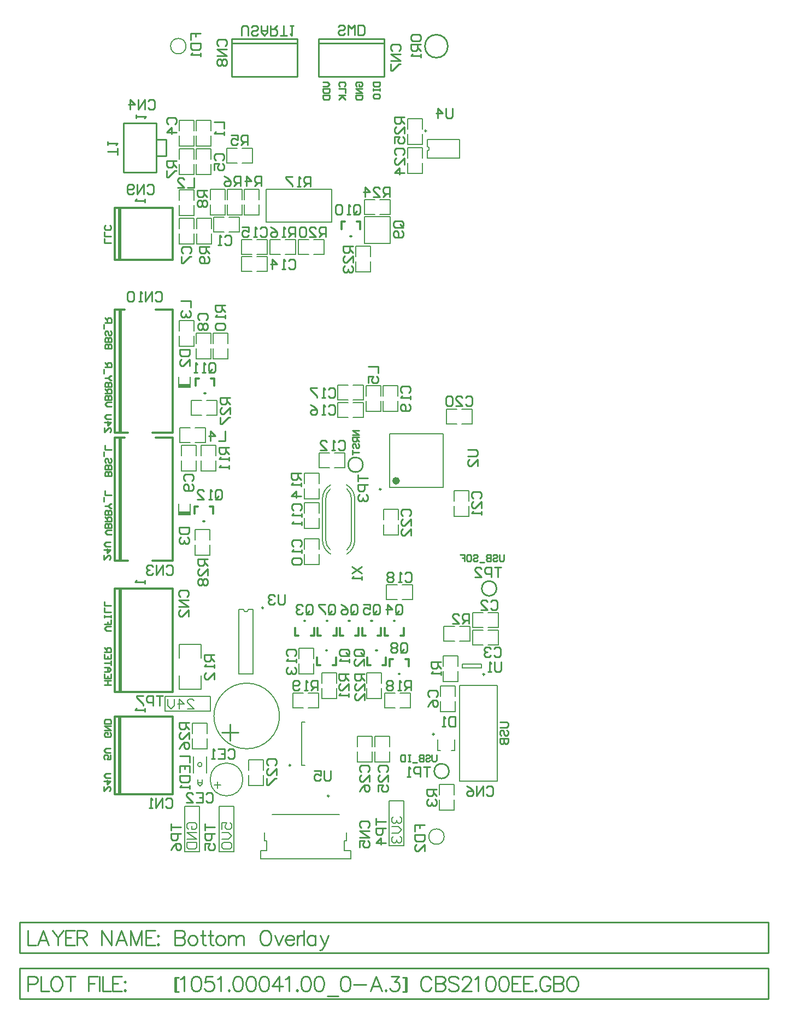
<source format=gbo>
G04 Layer_Color=32896*
%FSLAX24Y24*%
%MOIN*%
G70*
G01*
G75*
%ADD10C,0.0100*%
%ADD11C,0.0200*%
%ADD30C,0.0120*%
%ADD90C,0.0098*%
%ADD91C,0.0079*%
%ADD92C,0.0080*%
%ADD93C,0.0079*%
%ADD94C,0.0050*%
%ADD95C,0.0060*%
%ADD96C,0.0236*%
%ADD97R,0.0709X0.0200*%
D10*
X24140Y16700D02*
G03*
X24140Y16700I-450J0D01*
G01*
X21240Y5570D02*
G03*
X21240Y5570I-450J0D01*
G01*
X21172Y49744D02*
G03*
X21172Y49744I-700J0D01*
G01*
X15990Y24240D02*
G03*
X15990Y24240I-450J0D01*
G01*
X7400Y7930D02*
X8400D01*
X7900Y7430D02*
Y8430D01*
X13290Y49930D02*
X17290D01*
X13290Y50180D02*
X17290D01*
X13290Y47880D02*
Y50180D01*
Y47880D02*
X17290D01*
Y50180D01*
X1400Y42051D02*
X3400D01*
X1400D02*
Y45051D01*
X3400D01*
Y42051D02*
Y45051D01*
X4000Y43051D02*
Y44051D01*
X3400Y43051D02*
X4000D01*
X3400Y44051D02*
X4000D01*
X8000Y49930D02*
X12000D01*
X8000Y50180D02*
X12000D01*
X8000Y47880D02*
Y50180D01*
Y47880D02*
X12000D01*
Y50180D01*
X3330Y34700D02*
X3430Y34800D01*
X3630D01*
X3730Y34700D01*
Y34300D01*
X3630Y34200D01*
X3430D01*
X3330Y34300D01*
X3130Y34200D02*
Y34800D01*
X2730Y34200D01*
Y34800D01*
X2530Y34200D02*
X2330D01*
X2430D01*
Y34800D01*
X2530Y34700D01*
X2031D02*
X1931Y34800D01*
X1731D01*
X1631Y34700D01*
Y34300D01*
X1731Y34200D01*
X1931D01*
X2031Y34300D01*
Y34700D01*
X6510Y18500D02*
X5910D01*
Y18200D01*
X6010Y18100D01*
X6210D01*
X6310Y18200D01*
Y18500D01*
Y18300D02*
X6510Y18100D01*
Y17500D02*
Y17900D01*
X6110Y17500D01*
X6010D01*
X5910Y17600D01*
Y17800D01*
X6010Y17900D01*
Y17300D02*
X5910Y17200D01*
Y17000D01*
X6010Y16901D01*
X6110D01*
X6210Y17000D01*
X6310Y16901D01*
X6410D01*
X6510Y17000D01*
Y17200D01*
X6410Y17300D01*
X6310D01*
X6210Y17200D01*
X6110Y17300D01*
X6010D01*
X6210Y17200D02*
Y17000D01*
X7870Y28320D02*
X7270D01*
Y28020D01*
X7370Y27920D01*
X7570D01*
X7670Y28020D01*
Y28320D01*
Y28120D02*
X7870Y27920D01*
Y27320D02*
Y27720D01*
X7470Y27320D01*
X7370D01*
X7270Y27420D01*
Y27620D01*
X7370Y27720D01*
X7270Y27120D02*
Y26721D01*
X7370D01*
X7770Y27120D01*
X7870D01*
X6970Y22220D02*
Y22620D01*
X7070Y22720D01*
X7270D01*
X7370Y22620D01*
Y22220D01*
X7270Y22120D01*
X7070D01*
X7170Y22320D02*
X6970Y22120D01*
X7070D02*
X6970Y22220D01*
X6770Y22120D02*
X6570D01*
X6670D01*
Y22720D01*
X6770Y22620D01*
X5870Y22120D02*
X6270D01*
X5870Y22520D01*
Y22620D01*
X5970Y22720D01*
X6170D01*
X6270Y22620D01*
X6590Y29960D02*
Y30360D01*
X6690Y30460D01*
X6890D01*
X6990Y30360D01*
Y29960D01*
X6890Y29860D01*
X6690D01*
X6790Y30060D02*
X6590Y29860D01*
X6690D02*
X6590Y29960D01*
X6390Y29860D02*
X6190D01*
X6290D01*
Y30460D01*
X6390Y30360D01*
X5890Y29860D02*
X5690D01*
X5790D01*
Y30460D01*
X5890Y30360D01*
X4800Y20410D02*
X5400D01*
Y20110D01*
X5300Y20010D01*
X4900D01*
X4800Y20110D01*
Y20410D01*
X4900Y19810D02*
X4800Y19710D01*
Y19510D01*
X4900Y19410D01*
X5000D01*
X5100Y19510D01*
Y19610D01*
Y19510D01*
X5200Y19410D01*
X5300D01*
X5400Y19510D01*
Y19710D01*
X5300Y19810D01*
X4830Y31250D02*
X5430D01*
Y30950D01*
X5330Y30850D01*
X4930D01*
X4830Y30950D01*
Y31250D01*
X5430Y30250D02*
Y30650D01*
X5030Y30250D01*
X4930D01*
X4830Y30350D01*
Y30550D01*
X4930Y30650D01*
X2810Y41231D02*
X2910Y41331D01*
X3110D01*
X3210Y41231D01*
Y40831D01*
X3110Y40731D01*
X2910D01*
X2810Y40831D01*
X2610Y40731D02*
Y41331D01*
X2210Y40731D01*
Y41331D01*
X2010Y40831D02*
X1910Y40731D01*
X1710D01*
X1611Y40831D01*
Y41231D01*
X1710Y41331D01*
X1910D01*
X2010Y41231D01*
Y41131D01*
X1910Y41031D01*
X1611D01*
X3780Y10170D02*
X3380D01*
X3580D01*
Y9570D01*
X3180D02*
Y10170D01*
X2880D01*
X2780Y10070D01*
Y9870D01*
X2880Y9770D01*
X3180D01*
X2580Y10170D02*
X2181D01*
Y10070D01*
X2580Y9670D01*
Y9570D01*
X18560Y17590D02*
X18660Y17690D01*
X18860D01*
X18960Y17590D01*
Y17190D01*
X18860Y17090D01*
X18660D01*
X18560Y17190D01*
X18360Y17090D02*
X18160D01*
X18260D01*
Y17690D01*
X18360Y17590D01*
X17860D02*
X17760Y17690D01*
X17560D01*
X17460Y17590D01*
Y17490D01*
X17560Y17390D01*
X17460Y17290D01*
Y17190D01*
X17560Y17090D01*
X17760D01*
X17860Y17190D01*
Y17290D01*
X17760Y17390D01*
X17860Y17490D01*
Y17590D01*
X17760Y17390D02*
X17560D01*
X14470Y25640D02*
X14570Y25740D01*
X14770D01*
X14870Y25640D01*
Y25240D01*
X14770Y25140D01*
X14570D01*
X14470Y25240D01*
X14270Y25140D02*
X14070D01*
X14170D01*
Y25740D01*
X14270Y25640D01*
X13370Y25140D02*
X13770D01*
X13370Y25540D01*
Y25640D01*
X13470Y25740D01*
X13670D01*
X13770Y25640D01*
X13890Y27790D02*
X13990Y27890D01*
X14190D01*
X14290Y27790D01*
Y27390D01*
X14190Y27290D01*
X13990D01*
X13890Y27390D01*
X13690Y27290D02*
X13490D01*
X13590D01*
Y27890D01*
X13690Y27790D01*
X12790Y27890D02*
X12990Y27790D01*
X13190Y27590D01*
Y27390D01*
X13090Y27290D01*
X12890D01*
X12790Y27390D01*
Y27490D01*
X12890Y27590D01*
X13190D01*
X13900Y28830D02*
X14000Y28930D01*
X14200D01*
X14300Y28830D01*
Y28430D01*
X14200Y28330D01*
X14000D01*
X13900Y28430D01*
X13700Y28330D02*
X13500D01*
X13600D01*
Y28930D01*
X13700Y28830D01*
X13200Y28930D02*
X12800D01*
Y28830D01*
X13200Y28430D01*
Y28330D01*
X18370Y28640D02*
X18270Y28740D01*
Y28940D01*
X18370Y29040D01*
X18770D01*
X18870Y28940D01*
Y28740D01*
X18770Y28640D01*
X18870Y28440D02*
Y28240D01*
Y28340D01*
X18270D01*
X18370Y28440D01*
X18770Y27940D02*
X18870Y27840D01*
Y27640D01*
X18770Y27540D01*
X18370D01*
X18270Y27640D01*
Y27840D01*
X18370Y27940D01*
X18470D01*
X18570Y27840D01*
Y27540D01*
X22260Y28320D02*
X22360Y28420D01*
X22560D01*
X22660Y28320D01*
Y27920D01*
X22560Y27820D01*
X22360D01*
X22260Y27920D01*
X21660Y27820D02*
X22060D01*
X21660Y28220D01*
Y28320D01*
X21760Y28420D01*
X21960D01*
X22060Y28320D01*
X21460D02*
X21360Y28420D01*
X21160D01*
X21061Y28320D01*
Y27920D01*
X21160Y27820D01*
X21360D01*
X21460Y27920D01*
Y28320D01*
X22710Y22180D02*
X22610Y22280D01*
Y22480D01*
X22710Y22580D01*
X23110D01*
X23210Y22480D01*
Y22280D01*
X23110Y22180D01*
X23210Y21580D02*
Y21980D01*
X22810Y21580D01*
X22710D01*
X22610Y21680D01*
Y21880D01*
X22710Y21980D01*
X23210Y21380D02*
Y21180D01*
Y21280D01*
X22610D01*
X22710Y21380D01*
X18420Y21120D02*
X18320Y21220D01*
Y21420D01*
X18420Y21520D01*
X18820D01*
X18920Y21420D01*
Y21220D01*
X18820Y21120D01*
X18920Y20520D02*
Y20920D01*
X18520Y20520D01*
X18420D01*
X18320Y20620D01*
Y20820D01*
X18420Y20920D01*
X18920Y19921D02*
Y20320D01*
X18520Y19921D01*
X18420D01*
X18320Y20020D01*
Y20220D01*
X18420Y20320D01*
X5470Y50140D02*
Y50540D01*
X5770D01*
Y50340D01*
Y50540D01*
X6070D01*
X5470Y49940D02*
X6070D01*
Y49640D01*
X5970Y49540D01*
X5570D01*
X5470Y49640D01*
Y49940D01*
X6070Y49340D02*
Y49140D01*
Y49240D01*
X5470D01*
X5570Y49340D01*
X19166Y1900D02*
Y2300D01*
X19466D01*
Y2100D01*
Y2300D01*
X19766D01*
X19166Y1700D02*
X19766D01*
Y1400D01*
X19666Y1300D01*
X19266D01*
X19166Y1400D01*
Y1700D01*
X19766Y701D02*
Y1100D01*
X19366Y701D01*
X19266D01*
X19166Y800D01*
Y1000D01*
X19266Y1100D01*
X18921Y50164D02*
Y50364D01*
X19021Y50464D01*
X19421D01*
X19521Y50364D01*
Y50164D01*
X19421Y50064D01*
X19021D01*
X18921Y50164D01*
X19521Y49864D02*
X18921D01*
Y49564D01*
X19021Y49464D01*
X19221D01*
X19321Y49564D01*
Y49864D01*
Y49664D02*
X19521Y49464D01*
Y49264D02*
Y49065D01*
Y49165D01*
X18921D01*
X19021Y49264D01*
X11749Y19269D02*
X11649Y19369D01*
Y19569D01*
X11749Y19669D01*
X12149D01*
X12249Y19569D01*
Y19369D01*
X12149Y19269D01*
X12249Y19069D02*
Y18869D01*
Y18969D01*
X11649D01*
X11749Y19069D01*
Y18569D02*
X11649Y18469D01*
Y18269D01*
X11749Y18169D01*
X12149D01*
X12249Y18269D01*
Y18469D01*
X12149Y18569D01*
X11749D01*
X11739Y21449D02*
X11639Y21549D01*
Y21749D01*
X11739Y21849D01*
X12139D01*
X12239Y21749D01*
Y21549D01*
X12139Y21449D01*
X12239Y21249D02*
Y21049D01*
Y21149D01*
X11639D01*
X11739Y21249D01*
X12239Y20749D02*
Y20549D01*
Y20649D01*
X11639D01*
X11739Y20749D01*
X12219Y23739D02*
X11619D01*
Y23439D01*
X11719Y23339D01*
X11919D01*
X12019Y23439D01*
Y23739D01*
Y23539D02*
X12219Y23339D01*
Y23139D02*
Y22939D01*
Y23039D01*
X11619D01*
X11719Y23139D01*
X12219Y22339D02*
X11619D01*
X11919Y22639D01*
Y22239D01*
X15310Y18040D02*
X15910Y17640D01*
X15310D02*
X15910Y18040D01*
Y17440D02*
Y17240D01*
Y17340D01*
X15310D01*
X15410Y17440D01*
X16320Y30210D02*
X16920D01*
Y29810D01*
X16320Y29210D02*
Y29610D01*
X16620D01*
X16520Y29410D01*
Y29310D01*
X16620Y29210D01*
X16820D01*
X16920Y29310D01*
Y29510D01*
X16820Y29610D01*
X7560Y38110D02*
X7660Y38210D01*
X7860D01*
X7960Y38110D01*
Y37710D01*
X7860Y37610D01*
X7660D01*
X7560Y37710D01*
X7360Y37610D02*
X7160D01*
X7260D01*
Y38210D01*
X7360Y38110D01*
X23790Y15890D02*
X23890Y15990D01*
X24090D01*
X24190Y15890D01*
Y15490D01*
X24090Y15390D01*
X23890D01*
X23790Y15490D01*
X23190Y15390D02*
X23590D01*
X23190Y15790D01*
Y15890D01*
X23290Y15990D01*
X23490D01*
X23590Y15890D01*
X23970Y13020D02*
X24070Y13120D01*
X24270D01*
X24370Y13020D01*
Y12620D01*
X24270Y12520D01*
X24070D01*
X23970Y12620D01*
X23770Y13020D02*
X23670Y13120D01*
X23470D01*
X23370Y13020D01*
Y12920D01*
X23470Y12820D01*
X23570D01*
X23470D01*
X23370Y12720D01*
Y12620D01*
X23470Y12520D01*
X23670D01*
X23770Y12620D01*
X4110Y45000D02*
X4010Y45100D01*
Y45300D01*
X4110Y45400D01*
X4510D01*
X4610Y45300D01*
Y45100D01*
X4510Y45000D01*
X4610Y44500D02*
X4010D01*
X4310Y44800D01*
Y44400D01*
X7020Y42790D02*
X6920Y42890D01*
Y43090D01*
X7020Y43190D01*
X7420D01*
X7520Y43090D01*
Y42890D01*
X7420Y42790D01*
X6920Y42190D02*
Y42590D01*
X7220D01*
X7120Y42390D01*
Y42290D01*
X7220Y42190D01*
X7420D01*
X7520Y42290D01*
Y42490D01*
X7420Y42590D01*
X20050Y10090D02*
X19950Y10190D01*
Y10390D01*
X20050Y10490D01*
X20450D01*
X20550Y10390D01*
Y10190D01*
X20450Y10090D01*
X19950Y9490D02*
X20050Y9690D01*
X20250Y9890D01*
X20450D01*
X20550Y9790D01*
Y9590D01*
X20450Y9490D01*
X20350D01*
X20250Y9590D01*
Y9890D01*
X5010Y37120D02*
X4910Y37220D01*
Y37420D01*
X5010Y37520D01*
X5410D01*
X5510Y37420D01*
Y37220D01*
X5410Y37120D01*
X4910Y36920D02*
Y36520D01*
X5010D01*
X5410Y36920D01*
X5510D01*
X6030Y33050D02*
X5930Y33150D01*
Y33350D01*
X6030Y33450D01*
X6430D01*
X6530Y33350D01*
Y33150D01*
X6430Y33050D01*
X6030Y32850D02*
X5930Y32750D01*
Y32550D01*
X6030Y32450D01*
X6130D01*
X6230Y32550D01*
X6330Y32450D01*
X6430D01*
X6530Y32550D01*
Y32750D01*
X6430Y32850D01*
X6330D01*
X6230Y32750D01*
X6130Y32850D01*
X6030D01*
X6230Y32750D02*
Y32550D01*
X5150Y23250D02*
X5050Y23350D01*
Y23550D01*
X5150Y23650D01*
X5550D01*
X5650Y23550D01*
Y23350D01*
X5550Y23250D01*
Y23050D02*
X5650Y22950D01*
Y22750D01*
X5550Y22650D01*
X5150D01*
X5050Y22750D01*
Y22950D01*
X5150Y23050D01*
X5250D01*
X5350Y22950D01*
Y22650D01*
X11420Y12600D02*
X11320Y12700D01*
Y12900D01*
X11420Y13000D01*
X11820D01*
X11920Y12900D01*
Y12700D01*
X11820Y12600D01*
X11920Y12400D02*
Y12200D01*
Y12300D01*
X11320D01*
X11420Y12400D01*
Y11900D02*
X11320Y11800D01*
Y11600D01*
X11420Y11500D01*
X11520D01*
X11620Y11600D01*
Y11700D01*
Y11600D01*
X11720Y11500D01*
X11820D01*
X11920Y11600D01*
Y11800D01*
X11820Y11900D01*
X11450Y36660D02*
X11550Y36760D01*
X11750D01*
X11850Y36660D01*
Y36260D01*
X11750Y36160D01*
X11550D01*
X11450Y36260D01*
X11250Y36160D02*
X11050D01*
X11150D01*
Y36760D01*
X11250Y36660D01*
X10450Y36160D02*
Y36760D01*
X10750Y36460D01*
X10350D01*
X9720Y38630D02*
X9820Y38730D01*
X10020D01*
X10120Y38630D01*
Y38230D01*
X10020Y38130D01*
X9820D01*
X9720Y38230D01*
X9520Y38130D02*
X9320D01*
X9420D01*
Y38730D01*
X9520Y38630D01*
X8620Y38730D02*
X9020D01*
Y38430D01*
X8820Y38530D01*
X8720D01*
X8620Y38430D01*
Y38230D01*
X8720Y38130D01*
X8920D01*
X9020Y38230D01*
X18010Y43116D02*
X17910Y43216D01*
Y43416D01*
X18010Y43516D01*
X18410D01*
X18510Y43416D01*
Y43216D01*
X18410Y43116D01*
X18510Y42516D02*
Y42916D01*
X18110Y42516D01*
X18010D01*
X17910Y42616D01*
Y42816D01*
X18010Y42916D01*
X18510Y42016D02*
X17910D01*
X18210Y42316D01*
Y41916D01*
X17010Y5540D02*
X16910Y5640D01*
Y5840D01*
X17010Y5940D01*
X17410D01*
X17510Y5840D01*
Y5640D01*
X17410Y5540D01*
X17510Y4940D02*
Y5340D01*
X17110Y4940D01*
X17010D01*
X16910Y5040D01*
Y5240D01*
X17010Y5340D01*
X16910Y4341D02*
Y4740D01*
X17210D01*
X17110Y4540D01*
Y4440D01*
X17210Y4341D01*
X17410D01*
X17510Y4440D01*
Y4640D01*
X17410Y4740D01*
X15900Y5520D02*
X15800Y5620D01*
Y5820D01*
X15900Y5920D01*
X16300D01*
X16400Y5820D01*
Y5620D01*
X16300Y5520D01*
X16400Y4920D02*
Y5320D01*
X16000Y4920D01*
X15900D01*
X15800Y5020D01*
Y5220D01*
X15900Y5320D01*
X15800Y4321D02*
X15900Y4520D01*
X16100Y4720D01*
X16300D01*
X16400Y4620D01*
Y4420D01*
X16300Y4321D01*
X16200D01*
X16100Y4420D01*
Y4720D01*
X10210Y5940D02*
X10110Y6040D01*
Y6240D01*
X10210Y6340D01*
X10610D01*
X10710Y6240D01*
Y6040D01*
X10610Y5940D01*
X10710Y5340D02*
Y5740D01*
X10310Y5340D01*
X10210D01*
X10110Y5440D01*
Y5640D01*
X10210Y5740D01*
X10110Y5140D02*
Y4741D01*
X10210D01*
X10610Y5140D01*
X10710D01*
X7750Y6840D02*
X7850Y6940D01*
X8050D01*
X8150Y6840D01*
Y6440D01*
X8050Y6340D01*
X7850D01*
X7750Y6440D01*
X7150Y6940D02*
X7550D01*
Y6340D01*
X7150D01*
X7550Y6640D02*
X7350D01*
X6950Y6340D02*
X6750D01*
X6850D01*
Y6940D01*
X6950Y6840D01*
X6420Y4150D02*
X6520Y4250D01*
X6720D01*
X6820Y4150D01*
Y3750D01*
X6720Y3650D01*
X6520D01*
X6420Y3750D01*
X5820Y4250D02*
X6220D01*
Y3650D01*
X5820D01*
X6220Y3950D02*
X6020D01*
X5221Y3650D02*
X5620D01*
X5221Y4050D01*
Y4150D01*
X5320Y4250D01*
X5520D01*
X5620Y4150D01*
X2900Y46400D02*
X3000Y46500D01*
X3200D01*
X3300Y46400D01*
Y46000D01*
X3200Y45900D01*
X3000D01*
X2900Y46000D01*
X2700Y45900D02*
Y46500D01*
X2300Y45900D01*
Y46500D01*
X1800Y45900D02*
Y46500D01*
X2100Y46200D01*
X1701D01*
X23530Y4570D02*
X23630Y4670D01*
X23830D01*
X23930Y4570D01*
Y4170D01*
X23830Y4070D01*
X23630D01*
X23530Y4170D01*
X23330Y4070D02*
Y4670D01*
X22930Y4070D01*
Y4670D01*
X22331D02*
X22530Y4570D01*
X22730Y4370D01*
Y4170D01*
X22630Y4070D01*
X22430D01*
X22331Y4170D01*
Y4270D01*
X22430Y4370D01*
X22730D01*
X7180Y49750D02*
X7080Y49850D01*
Y50050D01*
X7180Y50150D01*
X7580D01*
X7680Y50050D01*
Y49850D01*
X7580Y49750D01*
X7680Y49550D02*
X7080D01*
X7680Y49150D01*
X7080D01*
X7180Y48950D02*
X7080Y48850D01*
Y48650D01*
X7180Y48551D01*
X7280D01*
X7380Y48650D01*
X7480Y48551D01*
X7580D01*
X7680Y48650D01*
Y48850D01*
X7580Y48950D01*
X7480D01*
X7380Y48850D01*
X7280Y48950D01*
X7180D01*
X7380Y48850D02*
Y48650D01*
X4000Y18012D02*
X4100Y18112D01*
X4300D01*
X4400Y18012D01*
Y17612D01*
X4300Y17512D01*
X4100D01*
X4000Y17612D01*
X3800Y17512D02*
Y18112D01*
X3400Y17512D01*
Y18112D01*
X3200Y18012D02*
X3100Y18112D01*
X2900D01*
X2801Y18012D01*
Y17912D01*
X2900Y17812D01*
X3000D01*
X2900D01*
X2801Y17712D01*
Y17612D01*
X2900Y17512D01*
X3100D01*
X3200Y17612D01*
X17780Y49460D02*
X17680Y49560D01*
Y49760D01*
X17780Y49860D01*
X18180D01*
X18280Y49760D01*
Y49560D01*
X18180Y49460D01*
X18280Y49260D02*
X17680D01*
X18280Y48860D01*
X17680D01*
Y48660D02*
Y48261D01*
X17780D01*
X18180Y48660D01*
X18280D01*
X4860Y16200D02*
X4760Y16300D01*
Y16500D01*
X4860Y16600D01*
X5260D01*
X5360Y16500D01*
Y16300D01*
X5260Y16200D01*
X5360Y16000D02*
X4760D01*
X5360Y15600D01*
X4760D01*
X5360Y15001D02*
Y15400D01*
X4960Y15001D01*
X4860D01*
X4760Y15100D01*
Y15300D01*
X4860Y15400D01*
X3940Y3830D02*
X4040Y3930D01*
X4240D01*
X4340Y3830D01*
Y3430D01*
X4240Y3330D01*
X4040D01*
X3940Y3430D01*
X3740Y3330D02*
Y3930D01*
X3340Y3330D01*
Y3930D01*
X3140Y3330D02*
X2940D01*
X3040D01*
Y3930D01*
X3140Y3830D01*
X21607Y8906D02*
Y8307D01*
X21307D01*
X21207Y8407D01*
Y8807D01*
X21307Y8906D01*
X21607D01*
X21008Y8307D02*
X20808D01*
X20908D01*
Y8906D01*
X21008Y8807D01*
X6930Y45140D02*
X7530D01*
Y44740D01*
Y44540D02*
Y44340D01*
Y44440D01*
X6930D01*
X7030Y44540D01*
X5690Y41720D02*
Y41120D01*
X5290D01*
X4690D02*
X5090D01*
X4690Y41520D01*
Y41620D01*
X4790Y41720D01*
X4990D01*
X5090Y41620D01*
X4890Y34230D02*
X5490D01*
Y33830D01*
X4990Y33630D02*
X4890Y33530D01*
Y33330D01*
X4990Y33230D01*
X5090D01*
X5190Y33330D01*
Y33430D01*
Y33330D01*
X5290Y33230D01*
X5390D01*
X5490Y33330D01*
Y33530D01*
X5390Y33630D01*
X7570Y26280D02*
Y25680D01*
X7170D01*
X6670D02*
Y26280D01*
X6970Y25980D01*
X6570D01*
X4830Y6490D02*
X5430D01*
Y6090D01*
X4830Y5490D02*
Y5890D01*
X5430D01*
Y5490D01*
X5130Y5890D02*
Y5690D01*
X4830Y5290D02*
X5430D01*
Y4990D01*
X5330Y4891D01*
X4930D01*
X4830Y4990D01*
Y5290D01*
X5430Y4691D02*
Y4491D01*
Y4591D01*
X4830D01*
X4930Y4691D01*
X15040Y12590D02*
X14640D01*
X14540Y12690D01*
Y12890D01*
X14640Y12990D01*
X15040D01*
X15140Y12890D01*
Y12690D01*
X14940Y12790D02*
X15140Y12590D01*
Y12690D02*
X15040Y12590D01*
X15140Y12390D02*
Y12190D01*
Y12290D01*
X14540D01*
X14640Y12390D01*
X15950Y12590D02*
X15550D01*
X15450Y12690D01*
Y12890D01*
X15550Y12990D01*
X15950D01*
X16050Y12890D01*
Y12690D01*
X15850Y12790D02*
X16050Y12590D01*
Y12690D02*
X15950Y12590D01*
X16050Y11990D02*
Y12390D01*
X15650Y11990D01*
X15550D01*
X15450Y12090D01*
Y12290D01*
X15550Y12390D01*
X12520Y15240D02*
Y15640D01*
X12620Y15740D01*
X12820D01*
X12920Y15640D01*
Y15240D01*
X12820Y15140D01*
X12620D01*
X12720Y15340D02*
X12520Y15140D01*
X12620D02*
X12520Y15240D01*
X12320Y15640D02*
X12220Y15740D01*
X12020D01*
X11920Y15640D01*
Y15540D01*
X12020Y15440D01*
X12120D01*
X12020D01*
X11920Y15340D01*
Y15240D01*
X12020Y15140D01*
X12220D01*
X12320Y15240D01*
X18360Y38680D02*
X17960D01*
X17860Y38780D01*
Y38980D01*
X17960Y39080D01*
X18360D01*
X18460Y38980D01*
Y38780D01*
X18260Y38880D02*
X18460Y38680D01*
Y38780D02*
X18360Y38680D01*
Y38480D02*
X18460Y38380D01*
Y38180D01*
X18360Y38080D01*
X17960D01*
X17860Y38180D01*
Y38380D01*
X17960Y38480D01*
X18060D01*
X18160Y38380D01*
Y38080D01*
X17990Y15240D02*
Y15640D01*
X18090Y15740D01*
X18290D01*
X18390Y15640D01*
Y15240D01*
X18290Y15140D01*
X18090D01*
X18190Y15340D02*
X17990Y15140D01*
X18090D02*
X17990Y15240D01*
X17490Y15140D02*
Y15740D01*
X17790Y15440D01*
X17390D01*
X16620Y15240D02*
Y15640D01*
X16720Y15740D01*
X16920D01*
X17020Y15640D01*
Y15240D01*
X16920Y15140D01*
X16720D01*
X16820Y15340D02*
X16620Y15140D01*
X16720D02*
X16620Y15240D01*
X16020Y15740D02*
X16420D01*
Y15440D01*
X16220Y15540D01*
X16120D01*
X16020Y15440D01*
Y15240D01*
X16120Y15140D01*
X16320D01*
X16420Y15240D01*
X15420Y39590D02*
Y39990D01*
X15520Y40090D01*
X15720D01*
X15820Y39990D01*
Y39590D01*
X15720Y39490D01*
X15520D01*
X15620Y39690D02*
X15420Y39490D01*
X15520D02*
X15420Y39590D01*
X15220Y39490D02*
X15020D01*
X15120D01*
Y40090D01*
X15220Y39990D01*
X14720D02*
X14620Y40090D01*
X14420D01*
X14320Y39990D01*
Y39590D01*
X14420Y39490D01*
X14620D01*
X14720Y39590D01*
Y39990D01*
X15260Y15240D02*
Y15640D01*
X15360Y15740D01*
X15560D01*
X15660Y15640D01*
Y15240D01*
X15560Y15140D01*
X15360D01*
X15460Y15340D02*
X15260Y15140D01*
X15360D02*
X15260Y15240D01*
X14660Y15740D02*
X14860Y15640D01*
X15060Y15440D01*
Y15240D01*
X14960Y15140D01*
X14760D01*
X14660Y15240D01*
Y15340D01*
X14760Y15440D01*
X15060D01*
X13880Y15240D02*
Y15640D01*
X13980Y15740D01*
X14180D01*
X14280Y15640D01*
Y15240D01*
X14180Y15140D01*
X13980D01*
X14080Y15340D02*
X13880Y15140D01*
X13980D02*
X13880Y15240D01*
X13680Y15740D02*
X13280D01*
Y15640D01*
X13680Y15240D01*
Y15140D01*
X18280Y12890D02*
Y13290D01*
X18380Y13390D01*
X18580D01*
X18680Y13290D01*
Y12890D01*
X18580Y12790D01*
X18380D01*
X18480Y12990D02*
X18280Y12790D01*
X18380D02*
X18280Y12890D01*
X18080Y13290D02*
X17980Y13390D01*
X17780D01*
X17680Y13290D01*
Y13190D01*
X17780Y13090D01*
X17680Y12990D01*
Y12890D01*
X17780Y12790D01*
X17980D01*
X18080Y12890D01*
Y12990D01*
X17980Y13090D01*
X18080Y13190D01*
Y13290D01*
X17980Y13090D02*
X17780D01*
X20750Y12220D02*
X20150D01*
Y11920D01*
X20250Y11820D01*
X20450D01*
X20550Y11920D01*
Y12220D01*
Y12020D02*
X20750Y11820D01*
Y11620D02*
Y11420D01*
Y11520D01*
X20150D01*
X20250Y11620D01*
X22460Y14570D02*
Y15170D01*
X22160D01*
X22060Y15070D01*
Y14870D01*
X22160Y14770D01*
X22460D01*
X22260D02*
X22060Y14570D01*
X21460D02*
X21860D01*
X21460Y14970D01*
Y15070D01*
X21560Y15170D01*
X21760D01*
X21860Y15070D01*
X20470Y4450D02*
X19870D01*
Y4150D01*
X19970Y4050D01*
X20170D01*
X20270Y4150D01*
Y4450D01*
Y4250D02*
X20470Y4050D01*
X19970Y3850D02*
X19870Y3750D01*
Y3550D01*
X19970Y3450D01*
X20070D01*
X20170Y3550D01*
Y3650D01*
Y3550D01*
X20270Y3450D01*
X20370D01*
X20470Y3550D01*
Y3750D01*
X20370Y3850D01*
X9800Y41220D02*
Y41820D01*
X9500D01*
X9400Y41720D01*
Y41520D01*
X9500Y41420D01*
X9800D01*
X9600D02*
X9400Y41220D01*
X8900D02*
Y41820D01*
X9200Y41520D01*
X8800D01*
X8940Y43720D02*
Y44320D01*
X8640D01*
X8540Y44220D01*
Y44020D01*
X8640Y43920D01*
X8940D01*
X8740D02*
X8540Y43720D01*
X7940Y44320D02*
X8340D01*
Y44020D01*
X8140Y44120D01*
X8040D01*
X7940Y44020D01*
Y43820D01*
X8040Y43720D01*
X8240D01*
X8340Y43820D01*
X8530Y41220D02*
Y41820D01*
X8230D01*
X8130Y41720D01*
Y41520D01*
X8230Y41420D01*
X8530D01*
X8330D02*
X8130Y41220D01*
X7530Y41820D02*
X7730Y41720D01*
X7930Y41520D01*
Y41320D01*
X7830Y41220D01*
X7630D01*
X7530Y41320D01*
Y41420D01*
X7630Y41520D01*
X7930D01*
X4610Y42760D02*
X4010D01*
Y42460D01*
X4110Y42360D01*
X4310D01*
X4410Y42460D01*
Y42760D01*
Y42560D02*
X4610Y42360D01*
X4010Y42160D02*
Y41760D01*
X4110D01*
X4510Y42160D01*
X4610D01*
X6500Y40950D02*
X5900D01*
Y40650D01*
X6000Y40550D01*
X6200D01*
X6300Y40650D01*
Y40950D01*
Y40750D02*
X6500Y40550D01*
X6000Y40350D02*
X5900Y40250D01*
Y40050D01*
X6000Y39950D01*
X6100D01*
X6200Y40050D01*
X6300Y39950D01*
X6400D01*
X6500Y40050D01*
Y40250D01*
X6400Y40350D01*
X6300D01*
X6200Y40250D01*
X6100Y40350D01*
X6000D01*
X6200Y40250D02*
Y40050D01*
X6610Y37530D02*
X6010D01*
Y37230D01*
X6110Y37130D01*
X6310D01*
X6410Y37230D01*
Y37530D01*
Y37330D02*
X6610Y37130D01*
X6510Y36930D02*
X6610Y36830D01*
Y36630D01*
X6510Y36530D01*
X6110D01*
X6010Y36630D01*
Y36830D01*
X6110Y36930D01*
X6210D01*
X6310Y36830D01*
Y36530D01*
X7580Y33950D02*
X6980D01*
Y33650D01*
X7080Y33550D01*
X7280D01*
X7380Y33650D01*
Y33950D01*
Y33750D02*
X7580Y33550D01*
Y33350D02*
Y33150D01*
Y33250D01*
X6980D01*
X7080Y33350D01*
Y32850D02*
X6980Y32750D01*
Y32550D01*
X7080Y32450D01*
X7480D01*
X7580Y32550D01*
Y32750D01*
X7480Y32850D01*
X7080D01*
X7830Y25280D02*
X7230D01*
Y24980D01*
X7330Y24880D01*
X7530D01*
X7630Y24980D01*
Y25280D01*
Y25080D02*
X7830Y24880D01*
Y24680D02*
Y24480D01*
Y24580D01*
X7230D01*
X7330Y24680D01*
X7830Y24180D02*
Y23980D01*
Y24080D01*
X7230D01*
X7330Y24180D01*
X6910Y12672D02*
X6310D01*
Y12372D01*
X6410Y12272D01*
X6610D01*
X6710Y12372D01*
Y12672D01*
Y12472D02*
X6910Y12272D01*
Y12072D02*
Y11872D01*
Y11972D01*
X6310D01*
X6410Y12072D01*
X6910Y11173D02*
Y11572D01*
X6510Y11173D01*
X6410D01*
X6310Y11272D01*
Y11472D01*
X6410Y11572D01*
X11860Y38130D02*
Y38730D01*
X11560D01*
X11460Y38630D01*
Y38430D01*
X11560Y38330D01*
X11860D01*
X11660D02*
X11460Y38130D01*
X11260D02*
X11060D01*
X11160D01*
Y38730D01*
X11260Y38630D01*
X10360Y38730D02*
X10560Y38630D01*
X10760Y38430D01*
Y38230D01*
X10660Y38130D01*
X10460D01*
X10360Y38230D01*
Y38330D01*
X10460Y38430D01*
X10760D01*
X12800Y41200D02*
Y41800D01*
X12500D01*
X12400Y41700D01*
Y41500D01*
X12500Y41400D01*
X12800D01*
X12600D02*
X12400Y41200D01*
X12200D02*
X12000D01*
X12100D01*
Y41800D01*
X12200Y41700D01*
X11700Y41800D02*
X11300D01*
Y41700D01*
X11700Y41300D01*
Y41200D01*
X18920Y10500D02*
Y11100D01*
X18620D01*
X18520Y11000D01*
Y10800D01*
X18620Y10700D01*
X18920D01*
X18720D02*
X18520Y10500D01*
X18320D02*
X18120D01*
X18220D01*
Y11100D01*
X18320Y11000D01*
X17820D02*
X17720Y11100D01*
X17520D01*
X17420Y11000D01*
Y10900D01*
X17520Y10800D01*
X17420Y10700D01*
Y10600D01*
X17520Y10500D01*
X17720D01*
X17820Y10600D01*
Y10700D01*
X17720Y10800D01*
X17820Y10900D01*
Y11000D01*
X17720Y10800D02*
X17520D01*
X13220Y10490D02*
Y11090D01*
X12920D01*
X12820Y10990D01*
Y10790D01*
X12920Y10690D01*
X13220D01*
X13020D02*
X12820Y10490D01*
X12620D02*
X12420D01*
X12520D01*
Y11090D01*
X12620Y10990D01*
X12120Y10590D02*
X12020Y10490D01*
X11820D01*
X11720Y10590D01*
Y10990D01*
X11820Y11090D01*
X12020D01*
X12120Y10990D01*
Y10890D01*
X12020Y10790D01*
X11720D01*
X13730Y38130D02*
Y38730D01*
X13430D01*
X13330Y38630D01*
Y38430D01*
X13430Y38330D01*
X13730D01*
X13530D02*
X13330Y38130D01*
X12730D02*
X13130D01*
X12730Y38530D01*
Y38630D01*
X12830Y38730D01*
X13030D01*
X13130Y38630D01*
X12530D02*
X12430Y38730D01*
X12230D01*
X12131Y38630D01*
Y38230D01*
X12230Y38130D01*
X12430D01*
X12530Y38230D01*
Y38630D01*
X15130Y11490D02*
X14530D01*
Y11190D01*
X14630Y11090D01*
X14830D01*
X14930Y11190D01*
Y11490D01*
Y11290D02*
X15130Y11090D01*
Y10490D02*
Y10890D01*
X14730Y10490D01*
X14630D01*
X14530Y10590D01*
Y10790D01*
X14630Y10890D01*
X15130Y10290D02*
Y10090D01*
Y10190D01*
X14530D01*
X14630Y10290D01*
X16070Y11490D02*
X15470D01*
Y11190D01*
X15570Y11090D01*
X15770D01*
X15870Y11190D01*
Y11490D01*
Y11290D02*
X16070Y11090D01*
Y10490D02*
Y10890D01*
X15670Y10490D01*
X15570D01*
X15470Y10590D01*
Y10790D01*
X15570Y10890D01*
X16070Y9891D02*
Y10290D01*
X15670Y9891D01*
X15570D01*
X15470Y9990D01*
Y10190D01*
X15570Y10290D01*
X15400Y37560D02*
X14800D01*
Y37260D01*
X14900Y37160D01*
X15100D01*
X15200Y37260D01*
Y37560D01*
Y37360D02*
X15400Y37160D01*
Y36560D02*
Y36960D01*
X15000Y36560D01*
X14900D01*
X14800Y36660D01*
Y36860D01*
X14900Y36960D01*
Y36360D02*
X14800Y36260D01*
Y36060D01*
X14900Y35961D01*
X15000D01*
X15100Y36060D01*
Y36160D01*
Y36060D01*
X15200Y35961D01*
X15300D01*
X15400Y36060D01*
Y36260D01*
X15300Y36360D01*
X17630Y40560D02*
Y41160D01*
X17330D01*
X17230Y41060D01*
Y40860D01*
X17330Y40760D01*
X17630D01*
X17430D02*
X17230Y40560D01*
X16630D02*
X17030D01*
X16630Y40960D01*
Y41060D01*
X16730Y41160D01*
X16930D01*
X17030Y41060D01*
X16130Y40560D02*
Y41160D01*
X16430Y40860D01*
X16031D01*
X18530Y45430D02*
X17930D01*
Y45130D01*
X18030Y45030D01*
X18230D01*
X18330Y45130D01*
Y45430D01*
Y45230D02*
X18530Y45030D01*
Y44430D02*
Y44830D01*
X18130Y44430D01*
X18030D01*
X17930Y44530D01*
Y44730D01*
X18030Y44830D01*
X17930Y43831D02*
Y44230D01*
X18230D01*
X18130Y44030D01*
Y43930D01*
X18230Y43831D01*
X18430D01*
X18530Y43930D01*
Y44130D01*
X18430Y44230D01*
X5400Y8510D02*
X4800D01*
Y8210D01*
X4900Y8110D01*
X5100D01*
X5200Y8210D01*
Y8510D01*
Y8310D02*
X5400Y8110D01*
Y7510D02*
Y7910D01*
X5000Y7510D01*
X4900D01*
X4800Y7610D01*
Y7810D01*
X4900Y7910D01*
X4800Y6911D02*
X4900Y7110D01*
X5100Y7310D01*
X5300D01*
X5400Y7210D01*
Y7010D01*
X5300Y6911D01*
X5200D01*
X5100Y7010D01*
Y7310D01*
X20090Y5820D02*
X19690D01*
X19890D01*
Y5220D01*
X19490D02*
Y5820D01*
X19190D01*
X19090Y5720D01*
Y5520D01*
X19190Y5420D01*
X19490D01*
X18890Y5220D02*
X18690D01*
X18790D01*
Y5820D01*
X18890Y5720D01*
X24420Y17990D02*
X24020D01*
X24220D01*
Y17390D01*
X23820D02*
Y17990D01*
X23520D01*
X23420Y17890D01*
Y17690D01*
X23520Y17590D01*
X23820D01*
X22821Y17390D02*
X23220D01*
X22821Y17790D01*
Y17890D01*
X22920Y17990D01*
X23120D01*
X23220Y17890D01*
X15680Y23610D02*
Y23210D01*
Y23410D01*
X16280D01*
Y23010D02*
X15680D01*
Y22710D01*
X15780Y22610D01*
X15980D01*
X16080Y22710D01*
Y23010D01*
X15780Y22410D02*
X15680Y22310D01*
Y22110D01*
X15780Y22011D01*
X15880D01*
X15980Y22110D01*
Y22210D01*
Y22110D01*
X16080Y22011D01*
X16180D01*
X16280Y22110D01*
Y22310D01*
X16180Y22410D01*
X16780Y2690D02*
Y2290D01*
Y2490D01*
X17380D01*
Y2090D02*
X16780D01*
Y1790D01*
X16880Y1690D01*
X17080D01*
X17180Y1790D01*
Y2090D01*
X17380Y1190D02*
X16780D01*
X17080Y1490D01*
Y1091D01*
X6350Y2350D02*
Y1950D01*
Y2150D01*
X6950D01*
Y1750D02*
X6350D01*
Y1450D01*
X6450Y1350D01*
X6650D01*
X6750Y1450D01*
Y1750D01*
X6350Y751D02*
Y1150D01*
X6650D01*
X6550Y950D01*
Y850D01*
X6650Y751D01*
X6850D01*
X6950Y850D01*
Y1050D01*
X6850Y1150D01*
X4280Y2370D02*
Y1970D01*
Y2170D01*
X4880D01*
Y1770D02*
X4280D01*
Y1470D01*
X4380Y1370D01*
X4580D01*
X4680Y1470D01*
Y1770D01*
X4280Y771D02*
X4380Y970D01*
X4580Y1170D01*
X4780D01*
X4880Y1070D01*
Y870D01*
X4780Y771D01*
X4680D01*
X4580Y870D01*
Y1170D01*
X24410Y12240D02*
Y11740D01*
X24310Y11640D01*
X24110D01*
X24010Y11740D01*
Y12240D01*
X23810Y11640D02*
X23610D01*
X23710D01*
Y12240D01*
X23810Y12140D01*
X22400Y25160D02*
X22900D01*
X23000Y25060D01*
Y24860D01*
X22900Y24760D01*
X22400D01*
X23000Y24160D02*
Y24560D01*
X22600Y24160D01*
X22500D01*
X22400Y24260D01*
Y24460D01*
X22500Y24560D01*
X11230Y16340D02*
Y15840D01*
X11130Y15740D01*
X10930D01*
X10830Y15840D01*
Y16340D01*
X10630Y16240D02*
X10530Y16340D01*
X10330D01*
X10230Y16240D01*
Y16140D01*
X10330Y16040D01*
X10430D01*
X10330D01*
X10230Y15940D01*
Y15840D01*
X10330Y15740D01*
X10530D01*
X10630Y15840D01*
X21460Y45966D02*
Y45466D01*
X21360Y45366D01*
X21160D01*
X21060Y45466D01*
Y45966D01*
X20560Y45366D02*
Y45966D01*
X20860Y45666D01*
X20460D01*
X14020Y5580D02*
Y5080D01*
X13920Y4980D01*
X13720D01*
X13620Y5080D01*
Y5580D01*
X13020D02*
X13420D01*
Y5280D01*
X13220Y5380D01*
X13120D01*
X13020Y5280D01*
Y5080D01*
X13120Y4980D01*
X13320D01*
X13420Y5080D01*
X15890Y2110D02*
X15790Y2210D01*
Y2410D01*
X15890Y2510D01*
X16290D01*
X16390Y2410D01*
Y2210D01*
X16290Y2110D01*
X16390Y1910D02*
X15790D01*
X16390Y1510D01*
X15790D01*
Y911D02*
Y1310D01*
X16090D01*
X15990Y1110D01*
Y1010D01*
X16090Y911D01*
X16290D01*
X16390Y1010D01*
Y1210D01*
X16290Y1310D01*
X2700Y40420D02*
Y40220D01*
Y40320D01*
X2100D01*
X2200Y40420D01*
X2690Y17178D02*
Y16978D01*
Y17078D01*
X2090D01*
X2190Y17178D01*
X15750Y26320D02*
X15350D01*
X15750Y26053D01*
X15350D01*
X15750Y25920D02*
X15350D01*
Y25720D01*
X15417Y25654D01*
X15550D01*
X15617Y25720D01*
Y25920D01*
Y25787D02*
X15750Y25654D01*
X15417Y25254D02*
X15350Y25320D01*
Y25454D01*
X15417Y25520D01*
X15483D01*
X15550Y25454D01*
Y25320D01*
X15617Y25254D01*
X15683D01*
X15750Y25320D01*
Y25454D01*
X15683Y25520D01*
X15350Y25120D02*
Y24854D01*
Y24987D01*
X15750D01*
X24600Y18760D02*
Y18427D01*
X24533Y18360D01*
X24400D01*
X24333Y18427D01*
Y18760D01*
X23934Y18693D02*
X24000Y18760D01*
X24133D01*
X24200Y18693D01*
Y18627D01*
X24133Y18560D01*
X24000D01*
X23934Y18493D01*
Y18427D01*
X24000Y18360D01*
X24133D01*
X24200Y18427D01*
X23800Y18760D02*
Y18360D01*
X23600D01*
X23534Y18427D01*
Y18493D01*
X23600Y18560D01*
X23800D01*
X23600D01*
X23534Y18627D01*
Y18693D01*
X23600Y18760D01*
X23800D01*
X23400Y18293D02*
X23134D01*
X22734Y18693D02*
X22801Y18760D01*
X22934D01*
X23001Y18693D01*
Y18627D01*
X22934Y18560D01*
X22801D01*
X22734Y18493D01*
Y18427D01*
X22801Y18360D01*
X22934D01*
X23001Y18427D01*
X22401Y18760D02*
X22534D01*
X22601Y18693D01*
Y18427D01*
X22534Y18360D01*
X22401D01*
X22334Y18427D01*
Y18693D01*
X22401Y18760D01*
X21934D02*
X22201D01*
Y18560D01*
X22067D01*
X22201D01*
Y18360D01*
X24350Y8560D02*
X24767D01*
X24850Y8477D01*
Y8310D01*
X24767Y8227D01*
X24350D01*
X24433Y7727D02*
X24350Y7810D01*
Y7977D01*
X24433Y8060D01*
X24517D01*
X24600Y7977D01*
Y7810D01*
X24683Y7727D01*
X24767D01*
X24850Y7810D01*
Y7977D01*
X24767Y8060D01*
X24350Y7560D02*
X24850D01*
Y7310D01*
X24767Y7227D01*
X24683D01*
X24600Y7310D01*
Y7560D01*
Y7310D01*
X24517Y7227D01*
X24433D01*
X24350Y7310D01*
Y7560D01*
X20470Y6560D02*
Y6227D01*
X20403Y6160D01*
X20270D01*
X20203Y6227D01*
Y6560D01*
X19804Y6493D02*
X19870Y6560D01*
X20003D01*
X20070Y6493D01*
Y6427D01*
X20003Y6360D01*
X19870D01*
X19804Y6293D01*
Y6227D01*
X19870Y6160D01*
X20003D01*
X20070Y6227D01*
X19670Y6560D02*
Y6160D01*
X19470D01*
X19404Y6227D01*
Y6293D01*
X19470Y6360D01*
X19670D01*
X19470D01*
X19404Y6427D01*
Y6493D01*
X19470Y6560D01*
X19670D01*
X19270Y6093D02*
X19004D01*
X18871Y6560D02*
X18737D01*
X18804D01*
Y6160D01*
X18871D01*
X18737D01*
X18537Y6560D02*
Y6160D01*
X18337D01*
X18271Y6227D01*
Y6493D01*
X18337Y6560D01*
X18537D01*
X2140Y45361D02*
Y45561D01*
Y45461D01*
X2740D01*
X2640Y45361D01*
X640Y31310D02*
X240D01*
Y31510D01*
X307Y31577D01*
X373D01*
X440Y31510D01*
Y31310D01*
Y31510D01*
X507Y31577D01*
X573D01*
X640Y31510D01*
Y31310D01*
Y31710D02*
X240D01*
Y31910D01*
X307Y31976D01*
X373D01*
X440Y31910D01*
Y31710D01*
Y31910D01*
X507Y31976D01*
X573D01*
X640Y31910D01*
Y31710D01*
X573Y32376D02*
X640Y32310D01*
Y32176D01*
X573Y32110D01*
X507D01*
X440Y32176D01*
Y32310D01*
X373Y32376D01*
X307D01*
X240Y32310D01*
Y32176D01*
X307Y32110D01*
X173Y32510D02*
Y32776D01*
X240Y32909D02*
X640D01*
Y33109D01*
X573Y33176D01*
X440D01*
X373Y33109D01*
Y32909D01*
Y33043D02*
X240Y33176D01*
X16630Y47550D02*
X17030D01*
Y47350D01*
X16963Y47283D01*
X16697D01*
X16630Y47350D01*
Y47550D01*
Y47150D02*
Y47017D01*
Y47083D01*
X17030D01*
Y47150D01*
Y47017D01*
X16630Y46617D02*
Y46750D01*
X16697Y46817D01*
X16963D01*
X17030Y46750D01*
Y46617D01*
X16963Y46550D01*
X16697D01*
X16630Y46617D01*
X15617Y47283D02*
X15550Y47350D01*
Y47483D01*
X15617Y47550D01*
X15883D01*
X15950Y47483D01*
Y47350D01*
X15883Y47283D01*
X15750D01*
Y47417D01*
X15950Y47150D02*
X15550D01*
X15950Y46884D01*
X15550D01*
Y46750D02*
X15950D01*
Y46550D01*
X15883Y46484D01*
X15617D01*
X15550Y46550D01*
Y46750D01*
X13547Y47550D02*
X13813D01*
X13946Y47417D01*
X13813Y47283D01*
X13547D01*
Y47150D02*
X13946D01*
Y46950D01*
X13880Y46883D01*
X13613D01*
X13547Y46950D01*
Y47150D01*
Y46750D02*
X13946D01*
Y46550D01*
X13880Y46484D01*
X13613D01*
X13547Y46550D01*
Y46750D01*
X14577Y47283D02*
X14510Y47350D01*
Y47483D01*
X14577Y47550D01*
X14843D01*
X14910Y47483D01*
Y47350D01*
X14843Y47283D01*
X14510Y47150D02*
X14910D01*
Y46884D01*
X14510Y46750D02*
X14910D01*
X14777D01*
X14510Y46484D01*
X14710Y46684D01*
X14910Y46484D01*
X8570Y50380D02*
Y50880D01*
X8670Y50980D01*
X8870D01*
X8970Y50880D01*
Y50380D01*
X9570Y50480D02*
X9470Y50380D01*
X9270D01*
X9170Y50480D01*
Y50580D01*
X9270Y50680D01*
X9470D01*
X9570Y50780D01*
Y50880D01*
X9470Y50980D01*
X9270D01*
X9170Y50880D01*
X9770Y50980D02*
Y50580D01*
X9970Y50380D01*
X10169Y50580D01*
Y50980D01*
Y50680D01*
X9770D01*
X10369Y50980D02*
Y50380D01*
X10669D01*
X10769Y50480D01*
Y50680D01*
X10669Y50780D01*
X10369D01*
X10569D02*
X10769Y50980D01*
X10969Y50380D02*
X11369D01*
X11169D01*
Y50980D01*
X11569D02*
X11769D01*
X11669D01*
Y50380D01*
X11569Y50480D01*
X14890Y50520D02*
X14790Y50420D01*
X14590D01*
X14490Y50520D01*
Y50620D01*
X14590Y50720D01*
X14790D01*
X14890Y50820D01*
Y50920D01*
X14790Y51020D01*
X14590D01*
X14490Y50920D01*
X15090Y50420D02*
Y51020D01*
X15290Y50820D01*
X15490Y51020D01*
Y50420D01*
X15690D02*
Y51020D01*
X15990D01*
X16089Y50920D01*
Y50520D01*
X15990Y50420D01*
X15690D01*
X1030Y43110D02*
Y43510D01*
Y43310D01*
X430D01*
Y43710D02*
Y43910D01*
Y43810D01*
X1030D01*
X930Y43710D01*
X547Y7919D02*
X613Y7853D01*
Y7719D01*
X547Y7653D01*
X280D01*
X214Y7719D01*
Y7853D01*
X280Y7919D01*
X414D01*
Y7786D01*
X214Y8052D02*
X613D01*
X214Y8319D01*
X613D01*
Y8452D02*
X214D01*
Y8652D01*
X280Y8719D01*
X547D01*
X613Y8652D01*
Y8452D01*
X595Y6557D02*
Y6290D01*
X395D01*
X461Y6423D01*
Y6490D01*
X395Y6557D01*
X262D01*
X195Y6490D01*
Y6357D01*
X262Y6290D01*
X595Y6690D02*
X328D01*
X195Y6823D01*
X328Y6957D01*
X595D01*
X195Y4637D02*
Y4370D01*
X461Y4637D01*
X528D01*
X595Y4570D01*
Y4437D01*
X528Y4370D01*
X195Y4970D02*
X595D01*
X395Y4770D01*
Y5037D01*
X595Y5170D02*
X328D01*
X195Y5303D01*
X328Y5436D01*
X595D01*
X610Y14110D02*
X343D01*
X210Y14243D01*
X343Y14377D01*
X610D01*
Y14776D02*
Y14510D01*
X410D01*
Y14643D01*
Y14510D01*
X210D01*
X610Y14910D02*
Y15043D01*
Y14976D01*
X210D01*
Y14910D01*
Y15043D01*
X610Y15243D02*
X210D01*
Y15510D01*
X610Y15643D02*
X210D01*
Y15909D01*
X620Y10820D02*
X220D01*
X420D01*
Y11087D01*
X620D01*
X220D01*
X620Y11486D02*
Y11220D01*
X220D01*
Y11486D01*
X420Y11220D02*
Y11353D01*
X220Y11620D02*
X487D01*
X620Y11753D01*
X487Y11886D01*
X220D01*
X420D01*
Y11620D01*
X620Y12020D02*
Y12286D01*
Y12153D01*
X220D01*
X620Y12686D02*
Y12419D01*
X220D01*
Y12686D01*
X420Y12419D02*
Y12553D01*
X220Y12819D02*
X620D01*
Y13019D01*
X553Y13086D01*
X420D01*
X353Y13019D01*
Y12819D01*
Y12953D02*
X220Y13086D01*
X650Y19990D02*
X383D01*
X250Y20123D01*
X383Y20257D01*
X650D01*
Y20390D02*
X250D01*
Y20590D01*
X317Y20656D01*
X383D01*
X450Y20590D01*
Y20390D01*
Y20590D01*
X517Y20656D01*
X583D01*
X650Y20590D01*
Y20390D01*
X250Y20790D02*
X650D01*
Y20990D01*
X583Y21056D01*
X450D01*
X383Y20990D01*
Y20790D01*
Y20923D02*
X250Y21056D01*
X650Y21190D02*
X250D01*
Y21390D01*
X317Y21456D01*
X383D01*
X450Y21390D01*
Y21190D01*
Y21390D01*
X517Y21456D01*
X583D01*
X650Y21390D01*
Y21190D01*
Y21589D02*
X583D01*
X450Y21723D01*
X583Y21856D01*
X650D01*
X450Y21723D02*
X250D01*
X183Y21989D02*
Y22256D01*
X650Y22389D02*
X250D01*
Y22656D01*
X640Y23560D02*
X240D01*
Y23760D01*
X307Y23827D01*
X373D01*
X440Y23760D01*
Y23560D01*
Y23760D01*
X507Y23827D01*
X573D01*
X640Y23760D01*
Y23560D01*
Y23960D02*
X240D01*
Y24160D01*
X307Y24226D01*
X373D01*
X440Y24160D01*
Y23960D01*
Y24160D01*
X507Y24226D01*
X573D01*
X640Y24160D01*
Y23960D01*
X573Y24626D02*
X640Y24560D01*
Y24426D01*
X573Y24360D01*
X507D01*
X440Y24426D01*
Y24560D01*
X373Y24626D01*
X307D01*
X240Y24560D01*
Y24426D01*
X307Y24360D01*
X173Y24760D02*
Y25026D01*
X640Y25159D02*
X240D01*
Y25426D01*
X2700Y9407D02*
Y9207D01*
Y9307D01*
X2100D01*
X2200Y9407D01*
X650Y27780D02*
X383D01*
X250Y27913D01*
X383Y28047D01*
X650D01*
Y28180D02*
X250D01*
Y28380D01*
X317Y28446D01*
X383D01*
X450Y28380D01*
Y28180D01*
Y28380D01*
X517Y28446D01*
X583D01*
X650Y28380D01*
Y28180D01*
X250Y28580D02*
X650D01*
Y28780D01*
X583Y28846D01*
X450D01*
X383Y28780D01*
Y28580D01*
Y28713D02*
X250Y28846D01*
X650Y28980D02*
X250D01*
Y29180D01*
X317Y29246D01*
X383D01*
X450Y29180D01*
Y28980D01*
Y29180D01*
X517Y29246D01*
X583D01*
X650Y29180D01*
Y28980D01*
Y29379D02*
X583D01*
X450Y29513D01*
X583Y29646D01*
X650D01*
X450Y29513D02*
X250D01*
X183Y29779D02*
Y30046D01*
X250Y30179D02*
X650D01*
Y30379D01*
X583Y30446D01*
X450D01*
X383Y30379D01*
Y30179D01*
Y30313D02*
X250Y30446D01*
X620Y37770D02*
X220D01*
Y38037D01*
X620Y38170D02*
X220D01*
Y38436D01*
X553Y38836D02*
X620Y38770D01*
Y38636D01*
X553Y38570D01*
X287D01*
X220Y38636D01*
Y38770D01*
X287Y38836D01*
X200Y18717D02*
Y18450D01*
X467Y18717D01*
X533D01*
X600Y18650D01*
Y18517D01*
X533Y18450D01*
X200Y19050D02*
X600D01*
X400Y18850D01*
Y19116D01*
X600Y19250D02*
X333D01*
X200Y19383D01*
X333Y19516D01*
X600D01*
X210Y26497D02*
Y26230D01*
X477Y26497D01*
X543D01*
X610Y26430D01*
Y26297D01*
X543Y26230D01*
X210Y26830D02*
X610D01*
X410Y26630D01*
Y26896D01*
X610Y27030D02*
X343D01*
X210Y27163D01*
X343Y27296D01*
X610D01*
X-4952Y-6455D02*
X40728D01*
X-4952Y-8305D02*
Y-6455D01*
Y-8305D02*
X40728D01*
Y-6455D01*
Y-5505D02*
Y-3655D01*
X-4952Y-5505D02*
X40728D01*
X-4952D02*
Y-3655D01*
X40728D01*
X4528Y-7021D02*
Y-7878D01*
X4570Y-7021D02*
Y-7878D01*
X4528Y-7021D02*
X4742D01*
X4528Y-7878D02*
X4742D01*
X4857Y-7107D02*
X4943Y-7064D01*
X5072Y-6935D01*
Y-7835D01*
X5774Y-6935D02*
X5646Y-6978D01*
X5560Y-7107D01*
X5517Y-7321D01*
Y-7449D01*
X5560Y-7664D01*
X5646Y-7792D01*
X5774Y-7835D01*
X5860D01*
X5989Y-7792D01*
X6074Y-7664D01*
X6117Y-7449D01*
Y-7321D01*
X6074Y-7107D01*
X5989Y-6978D01*
X5860Y-6935D01*
X5774D01*
X6833D02*
X6404D01*
X6361Y-7321D01*
X6404Y-7278D01*
X6533Y-7235D01*
X6661D01*
X6790Y-7278D01*
X6876Y-7364D01*
X6918Y-7492D01*
Y-7578D01*
X6876Y-7706D01*
X6790Y-7792D01*
X6661Y-7835D01*
X6533D01*
X6404Y-7792D01*
X6361Y-7749D01*
X6319Y-7664D01*
X7120Y-7107D02*
X7206Y-7064D01*
X7334Y-6935D01*
Y-7835D01*
X7823Y-7749D02*
X7780Y-7792D01*
X7823Y-7835D01*
X7865Y-7792D01*
X7823Y-7749D01*
X8320Y-6935D02*
X8191Y-6978D01*
X8105Y-7107D01*
X8063Y-7321D01*
Y-7449D01*
X8105Y-7664D01*
X8191Y-7792D01*
X8320Y-7835D01*
X8405D01*
X8534Y-7792D01*
X8620Y-7664D01*
X8662Y-7449D01*
Y-7321D01*
X8620Y-7107D01*
X8534Y-6978D01*
X8405Y-6935D01*
X8320D01*
X9121D02*
X8992Y-6978D01*
X8907Y-7107D01*
X8864Y-7321D01*
Y-7449D01*
X8907Y-7664D01*
X8992Y-7792D01*
X9121Y-7835D01*
X9207D01*
X9335Y-7792D01*
X9421Y-7664D01*
X9464Y-7449D01*
Y-7321D01*
X9421Y-7107D01*
X9335Y-6978D01*
X9207Y-6935D01*
X9121D01*
X9922D02*
X9794Y-6978D01*
X9708Y-7107D01*
X9665Y-7321D01*
Y-7449D01*
X9708Y-7664D01*
X9794Y-7792D01*
X9922Y-7835D01*
X10008D01*
X10136Y-7792D01*
X10222Y-7664D01*
X10265Y-7449D01*
Y-7321D01*
X10222Y-7107D01*
X10136Y-6978D01*
X10008Y-6935D01*
X9922D01*
X10895D02*
X10466Y-7535D01*
X11109D01*
X10895Y-6935D02*
Y-7835D01*
X11268Y-7107D02*
X11353Y-7064D01*
X11482Y-6935D01*
Y-7835D01*
X11970Y-7749D02*
X11927Y-7792D01*
X11970Y-7835D01*
X12013Y-7792D01*
X11970Y-7749D01*
X12467Y-6935D02*
X12339Y-6978D01*
X12253Y-7107D01*
X12210Y-7321D01*
Y-7449D01*
X12253Y-7664D01*
X12339Y-7792D01*
X12467Y-7835D01*
X12553D01*
X12682Y-7792D01*
X12767Y-7664D01*
X12810Y-7449D01*
Y-7321D01*
X12767Y-7107D01*
X12682Y-6978D01*
X12553Y-6935D01*
X12467D01*
X13269D02*
X13140Y-6978D01*
X13054Y-7107D01*
X13011Y-7321D01*
Y-7449D01*
X13054Y-7664D01*
X13140Y-7792D01*
X13269Y-7835D01*
X13354D01*
X13483Y-7792D01*
X13568Y-7664D01*
X13611Y-7449D01*
Y-7321D01*
X13568Y-7107D01*
X13483Y-6978D01*
X13354Y-6935D01*
X13269D01*
X13813Y-8135D02*
X14498D01*
X14871Y-6935D02*
X14743Y-6978D01*
X14657Y-7107D01*
X14614Y-7321D01*
Y-7449D01*
X14657Y-7664D01*
X14743Y-7792D01*
X14871Y-7835D01*
X14957D01*
X15085Y-7792D01*
X15171Y-7664D01*
X15214Y-7449D01*
Y-7321D01*
X15171Y-7107D01*
X15085Y-6978D01*
X14957Y-6935D01*
X14871D01*
X15415Y-7449D02*
X16186D01*
X17138Y-7835D02*
X16795Y-6935D01*
X16452Y-7835D01*
X16581Y-7535D02*
X17009D01*
X17391Y-7749D02*
X17348Y-7792D01*
X17391Y-7835D01*
X17433Y-7792D01*
X17391Y-7749D01*
X17716Y-6935D02*
X18187D01*
X17930Y-7278D01*
X18059D01*
X18145Y-7321D01*
X18187Y-7364D01*
X18230Y-7492D01*
Y-7578D01*
X18187Y-7706D01*
X18102Y-7792D01*
X17973Y-7835D01*
X17845D01*
X17716Y-7792D01*
X17673Y-7749D01*
X17630Y-7664D01*
X18603Y-7021D02*
Y-7878D01*
X18646Y-7021D02*
Y-7878D01*
X18432Y-7021D02*
X18646D01*
X18432Y-7878D02*
X18646D01*
X20159Y-7149D02*
X20116Y-7064D01*
X20030Y-6978D01*
X19944Y-6935D01*
X19773D01*
X19687Y-6978D01*
X19601Y-7064D01*
X19559Y-7149D01*
X19516Y-7278D01*
Y-7492D01*
X19559Y-7621D01*
X19601Y-7706D01*
X19687Y-7792D01*
X19773Y-7835D01*
X19944D01*
X20030Y-7792D01*
X20116Y-7706D01*
X20159Y-7621D01*
X20411Y-6935D02*
Y-7835D01*
Y-6935D02*
X20797D01*
X20925Y-6978D01*
X20968Y-7021D01*
X21011Y-7107D01*
Y-7192D01*
X20968Y-7278D01*
X20925Y-7321D01*
X20797Y-7364D01*
X20411D02*
X20797D01*
X20925Y-7407D01*
X20968Y-7449D01*
X21011Y-7535D01*
Y-7664D01*
X20968Y-7749D01*
X20925Y-7792D01*
X20797Y-7835D01*
X20411D01*
X21812Y-7064D02*
X21727Y-6978D01*
X21598Y-6935D01*
X21427D01*
X21298Y-6978D01*
X21213Y-7064D01*
Y-7149D01*
X21255Y-7235D01*
X21298Y-7278D01*
X21384Y-7321D01*
X21641Y-7407D01*
X21727Y-7449D01*
X21770Y-7492D01*
X21812Y-7578D01*
Y-7706D01*
X21727Y-7792D01*
X21598Y-7835D01*
X21427D01*
X21298Y-7792D01*
X21213Y-7706D01*
X22057Y-7149D02*
Y-7107D01*
X22100Y-7021D01*
X22142Y-6978D01*
X22228Y-6935D01*
X22399D01*
X22485Y-6978D01*
X22528Y-7021D01*
X22571Y-7107D01*
Y-7192D01*
X22528Y-7278D01*
X22442Y-7407D01*
X22014Y-7835D01*
X22614D01*
X22815Y-7107D02*
X22901Y-7064D01*
X23029Y-6935D01*
Y-7835D01*
X23732Y-6935D02*
X23603Y-6978D01*
X23518Y-7107D01*
X23475Y-7321D01*
Y-7449D01*
X23518Y-7664D01*
X23603Y-7792D01*
X23732Y-7835D01*
X23818D01*
X23946Y-7792D01*
X24032Y-7664D01*
X24075Y-7449D01*
Y-7321D01*
X24032Y-7107D01*
X23946Y-6978D01*
X23818Y-6935D01*
X23732D01*
X24533D02*
X24405Y-6978D01*
X24319Y-7107D01*
X24276Y-7321D01*
Y-7449D01*
X24319Y-7664D01*
X24405Y-7792D01*
X24533Y-7835D01*
X24619D01*
X24748Y-7792D01*
X24833Y-7664D01*
X24876Y-7449D01*
Y-7321D01*
X24833Y-7107D01*
X24748Y-6978D01*
X24619Y-6935D01*
X24533D01*
X25634D02*
X25077D01*
Y-7835D01*
X25634D01*
X25077Y-7364D02*
X25420D01*
X26341Y-6935D02*
X25784D01*
Y-7835D01*
X26341D01*
X25784Y-7364D02*
X26127D01*
X26534Y-7749D02*
X26491Y-7792D01*
X26534Y-7835D01*
X26577Y-7792D01*
X26534Y-7749D01*
X27417Y-7149D02*
X27374Y-7064D01*
X27288Y-6978D01*
X27203Y-6935D01*
X27031D01*
X26946Y-6978D01*
X26860Y-7064D01*
X26817Y-7149D01*
X26774Y-7278D01*
Y-7492D01*
X26817Y-7621D01*
X26860Y-7706D01*
X26946Y-7792D01*
X27031Y-7835D01*
X27203D01*
X27288Y-7792D01*
X27374Y-7706D01*
X27417Y-7621D01*
Y-7492D01*
X27203D02*
X27417D01*
X27623Y-6935D02*
Y-7835D01*
Y-6935D02*
X28008D01*
X28137Y-6978D01*
X28180Y-7021D01*
X28222Y-7107D01*
Y-7192D01*
X28180Y-7278D01*
X28137Y-7321D01*
X28008Y-7364D01*
X27623D02*
X28008D01*
X28137Y-7407D01*
X28180Y-7449D01*
X28222Y-7535D01*
Y-7664D01*
X28180Y-7749D01*
X28137Y-7792D01*
X28008Y-7835D01*
X27623D01*
X28681Y-6935D02*
X28595Y-6978D01*
X28510Y-7064D01*
X28467Y-7149D01*
X28424Y-7278D01*
Y-7492D01*
X28467Y-7621D01*
X28510Y-7706D01*
X28595Y-7792D01*
X28681Y-7835D01*
X28852D01*
X28938Y-7792D01*
X29024Y-7706D01*
X29067Y-7621D01*
X29109Y-7492D01*
Y-7278D01*
X29067Y-7149D01*
X29024Y-7064D01*
X28938Y-6978D01*
X28852Y-6935D01*
X28681D01*
X-4462Y-7407D02*
X-4077D01*
X-3948Y-7364D01*
X-3905Y-7321D01*
X-3863Y-7235D01*
Y-7107D01*
X-3905Y-7021D01*
X-3948Y-6978D01*
X-4077Y-6935D01*
X-4462D01*
Y-7835D01*
X-3661Y-6935D02*
Y-7835D01*
X-3147D01*
X-2791Y-6935D02*
X-2877Y-6978D01*
X-2963Y-7064D01*
X-3006Y-7149D01*
X-3048Y-7278D01*
Y-7492D01*
X-3006Y-7621D01*
X-2963Y-7706D01*
X-2877Y-7792D01*
X-2791Y-7835D01*
X-2620D01*
X-2534Y-7792D01*
X-2449Y-7706D01*
X-2406Y-7621D01*
X-2363Y-7492D01*
Y-7278D01*
X-2406Y-7149D01*
X-2449Y-7064D01*
X-2534Y-6978D01*
X-2620Y-6935D01*
X-2791D01*
X-1853D02*
Y-7835D01*
X-2153Y-6935D02*
X-1553D01*
X-739D02*
Y-7835D01*
Y-6935D02*
X-182D01*
X-739Y-7364D02*
X-396D01*
X-79Y-6935D02*
Y-7835D01*
X109Y-6935D02*
Y-7835D01*
X624D01*
X1279Y-6935D02*
X722D01*
Y-7835D01*
X1279D01*
X722Y-7364D02*
X1065D01*
X1472Y-7235D02*
X1429Y-7278D01*
X1472Y-7321D01*
X1515Y-7278D01*
X1472Y-7235D01*
Y-7749D02*
X1429Y-7792D01*
X1472Y-7835D01*
X1515Y-7792D01*
X1472Y-7749D01*
X-4462Y-4135D02*
Y-5035D01*
X-3948D01*
X-3164D02*
X-3507Y-4135D01*
X-3850Y-5035D01*
X-3721Y-4735D02*
X-3293D01*
X-2954Y-4135D02*
X-2611Y-4564D01*
Y-5035D01*
X-2269Y-4135D02*
X-2611Y-4564D01*
X-1596Y-4135D02*
X-2153D01*
Y-5035D01*
X-1596D01*
X-2153Y-4564D02*
X-1810D01*
X-1446Y-4135D02*
Y-5035D01*
Y-4135D02*
X-1060D01*
X-932Y-4178D01*
X-889Y-4221D01*
X-846Y-4307D01*
Y-4392D01*
X-889Y-4478D01*
X-932Y-4521D01*
X-1060Y-4564D01*
X-1446D01*
X-1146D02*
X-846Y-5035D01*
X62Y-4135D02*
Y-5035D01*
Y-4135D02*
X662Y-5035D01*
Y-4135D02*
Y-5035D01*
X1596D02*
X1253Y-4135D01*
X911Y-5035D01*
X1039Y-4735D02*
X1468D01*
X1806Y-4135D02*
Y-5035D01*
Y-4135D02*
X2149Y-5035D01*
X2492Y-4135D02*
X2149Y-5035D01*
X2492Y-4135D02*
Y-5035D01*
X3306Y-4135D02*
X2749D01*
Y-5035D01*
X3306D01*
X2749Y-4564D02*
X3092D01*
X3499Y-4435D02*
X3456Y-4478D01*
X3499Y-4521D01*
X3542Y-4478D01*
X3499Y-4435D01*
Y-4949D02*
X3456Y-4992D01*
X3499Y-5035D01*
X3542Y-4992D01*
X3499Y-4949D01*
X4528Y-4135D02*
Y-5035D01*
Y-4135D02*
X4913D01*
X5042Y-4178D01*
X5085Y-4221D01*
X5127Y-4307D01*
Y-4392D01*
X5085Y-4478D01*
X5042Y-4521D01*
X4913Y-4564D01*
X4528D02*
X4913D01*
X5042Y-4607D01*
X5085Y-4649D01*
X5127Y-4735D01*
Y-4864D01*
X5085Y-4949D01*
X5042Y-4992D01*
X4913Y-5035D01*
X4528D01*
X5543Y-4435D02*
X5457Y-4478D01*
X5372Y-4564D01*
X5329Y-4692D01*
Y-4778D01*
X5372Y-4906D01*
X5457Y-4992D01*
X5543Y-5035D01*
X5672D01*
X5757Y-4992D01*
X5843Y-4906D01*
X5886Y-4778D01*
Y-4692D01*
X5843Y-4564D01*
X5757Y-4478D01*
X5672Y-4435D01*
X5543D01*
X6211Y-4135D02*
Y-4864D01*
X6254Y-4992D01*
X6340Y-5035D01*
X6426D01*
X6083Y-4435D02*
X6383D01*
X6683Y-4135D02*
Y-4864D01*
X6726Y-4992D01*
X6811Y-5035D01*
X6897D01*
X6554Y-4435D02*
X6854D01*
X7240D02*
X7154Y-4478D01*
X7068Y-4564D01*
X7026Y-4692D01*
Y-4778D01*
X7068Y-4906D01*
X7154Y-4992D01*
X7240Y-5035D01*
X7368D01*
X7454Y-4992D01*
X7540Y-4906D01*
X7583Y-4778D01*
Y-4692D01*
X7540Y-4564D01*
X7454Y-4478D01*
X7368Y-4435D01*
X7240D01*
X7780D02*
Y-5035D01*
Y-4607D02*
X7908Y-4478D01*
X7994Y-4435D01*
X8123D01*
X8208Y-4478D01*
X8251Y-4607D01*
Y-5035D01*
Y-4607D02*
X8380Y-4478D01*
X8465Y-4435D01*
X8594D01*
X8680Y-4478D01*
X8722Y-4607D01*
Y-5035D01*
X9969Y-4135D02*
X9884Y-4178D01*
X9798Y-4264D01*
X9755Y-4349D01*
X9712Y-4478D01*
Y-4692D01*
X9755Y-4821D01*
X9798Y-4906D01*
X9884Y-4992D01*
X9969Y-5035D01*
X10141D01*
X10226Y-4992D01*
X10312Y-4906D01*
X10355Y-4821D01*
X10398Y-4692D01*
Y-4478D01*
X10355Y-4349D01*
X10312Y-4264D01*
X10226Y-4178D01*
X10141Y-4135D01*
X9969D01*
X10608Y-4435D02*
X10865Y-5035D01*
X11122Y-4435D02*
X10865Y-5035D01*
X11268Y-4692D02*
X11782D01*
Y-4607D01*
X11739Y-4521D01*
X11696Y-4478D01*
X11610Y-4435D01*
X11482D01*
X11396Y-4478D01*
X11310Y-4564D01*
X11268Y-4692D01*
Y-4778D01*
X11310Y-4906D01*
X11396Y-4992D01*
X11482Y-5035D01*
X11610D01*
X11696Y-4992D01*
X11782Y-4906D01*
X11975Y-4435D02*
Y-5035D01*
Y-4692D02*
X12017Y-4564D01*
X12103Y-4478D01*
X12189Y-4435D01*
X12317D01*
X12399Y-4135D02*
Y-5035D01*
X13101Y-4435D02*
Y-5035D01*
Y-4564D02*
X13016Y-4478D01*
X12930Y-4435D01*
X12802D01*
X12716Y-4478D01*
X12630Y-4564D01*
X12587Y-4692D01*
Y-4778D01*
X12630Y-4906D01*
X12716Y-4992D01*
X12802Y-5035D01*
X12930D01*
X13016Y-4992D01*
X13101Y-4906D01*
X13384Y-4435D02*
X13641Y-5035D01*
X13898Y-4435D02*
X13641Y-5035D01*
X13556Y-5206D01*
X13470Y-5292D01*
X13384Y-5335D01*
X13341D01*
D11*
X1170Y26247D02*
Y33647D01*
Y18452D02*
Y25852D01*
X1140Y36775D02*
Y39850D01*
X1170Y10458D02*
Y16648D01*
X1140Y4217D02*
Y8837D01*
D30*
X4400Y26197D02*
Y33697D01*
X860Y26197D02*
Y33697D01*
Y26197D02*
X1650D01*
X3150D02*
X4400D01*
X860Y33697D02*
X1450D01*
X3350D02*
X4400D01*
Y18402D02*
Y25902D01*
X860Y18402D02*
Y25902D01*
Y18402D02*
X1650D01*
X3150D02*
X4400D01*
X860Y25902D02*
X1450D01*
X3350D02*
X4400D01*
X850Y39900D02*
X4400D01*
X850Y36725D02*
Y39900D01*
Y36725D02*
X4400D01*
Y39900D01*
X860Y16698D02*
X4400D01*
X860Y10408D02*
Y16698D01*
Y10408D02*
X4400D01*
Y16698D01*
X17200Y12031D02*
X17400D01*
X16800Y12931D02*
X16850D01*
X16250Y12031D02*
X16450D01*
X17400D02*
Y12481D01*
X16250Y12031D02*
Y12481D01*
X14150Y12031D02*
X14350D01*
X13750Y12931D02*
X13800D01*
X13200Y12031D02*
X13400D01*
X14350D02*
Y12481D01*
X13200Y12031D02*
Y12481D01*
X15820Y38609D02*
Y39059D01*
X14670Y38609D02*
Y39059D01*
X15620D02*
X15820D01*
X15220Y38159D02*
X15270D01*
X14670Y39059D02*
X14870D01*
X4400Y4167D02*
Y8887D01*
X850Y4167D02*
X4400D01*
X850D02*
Y8887D01*
X4400D01*
X17620Y12409D02*
X17820D01*
X18170Y11509D02*
X18220D01*
X18570Y12409D02*
X18770D01*
X17620Y11959D02*
Y12409D01*
X18770Y11959D02*
Y12409D01*
X12810Y13831D02*
X13010D01*
X12410Y14731D02*
X12460D01*
X11860Y13831D02*
X12060D01*
X13010D02*
Y14281D01*
X11860Y13831D02*
Y14281D01*
X14170Y13831D02*
X14370D01*
X13770Y14731D02*
X13820D01*
X13220Y13831D02*
X13420D01*
X14370D02*
Y14281D01*
X13220Y13831D02*
Y14281D01*
X15530Y13831D02*
X15730D01*
X15130Y14731D02*
X15180D01*
X14580Y13831D02*
X14780D01*
X15730D02*
Y14281D01*
X14580Y13831D02*
Y14281D01*
X16900Y13831D02*
X17100D01*
X16500Y14731D02*
X16550D01*
X15950Y13831D02*
X16150D01*
X17100D02*
Y14281D01*
X15950Y13831D02*
Y14281D01*
X18270Y13831D02*
X18470D01*
X17870Y14731D02*
X17920D01*
X17320Y13831D02*
X17520D01*
X18470D02*
Y14281D01*
X17320Y13831D02*
Y14281D01*
X6930Y29049D02*
Y29499D01*
X5780Y29049D02*
Y29499D01*
X6730D02*
X6930D01*
X6330Y28599D02*
X6380D01*
X5780Y29499D02*
X5980D01*
X6860Y21249D02*
Y21699D01*
X5710Y21249D02*
Y21699D01*
X6660D02*
X6860D01*
X6260Y20799D02*
X6310D01*
X5710Y21699D02*
X5910D01*
D90*
X23408Y11468D02*
G03*
X23408Y11468I-49J0D01*
G01*
X20341Y7822D02*
G03*
X20341Y7822I-49J0D01*
G01*
X13927Y4053D02*
G03*
X13927Y4053I-49J0D01*
G01*
X19865Y44588D02*
G03*
X19865Y44588I-49J0D01*
G01*
X11577Y5929D02*
G03*
X11577Y5929I-49J0D01*
G01*
X9923Y15525D02*
G03*
X9923Y15525I-49J0D01*
G01*
X17094Y22748D02*
G03*
X17094Y22748I-49J0D01*
G01*
D91*
X19916Y43371D02*
G03*
X19916Y43621I0J125D01*
G01*
X8706Y15418D02*
G03*
X8994Y15418I144J0D01*
G01*
X4746Y21193D02*
X5454D01*
Y21857D01*
X4746Y21193D02*
Y21857D01*
Y28943D02*
X5454D01*
Y29607D01*
X4746Y28943D02*
Y29607D01*
X3930Y9210D02*
X6680Y9210D01*
X3930Y9210D02*
Y10110D01*
X6680D01*
Y9210D02*
Y10110D01*
X22069Y12088D02*
X23211D01*
X22069Y11852D02*
X23211D01*
X22069D02*
Y12088D01*
X23211Y11852D02*
Y12088D01*
X21395Y6838D02*
X21572D01*
X20548D02*
X20725D01*
X20548D02*
Y7478D01*
X21572Y6838D02*
Y7478D01*
X10453Y2931D02*
X14547D01*
X14867Y730D02*
Y1337D01*
X14867Y1337D02*
X15000D01*
X15000Y1337D02*
Y1829D01*
X14867Y730D02*
X15256D01*
Y215D02*
Y730D01*
X9744Y215D02*
Y730D01*
X10133D01*
X10000Y1337D02*
Y1829D01*
X10000Y1337D02*
X10133D01*
X10133Y730D02*
Y1337D01*
X9744Y215D02*
X15256D01*
X21884Y42925D02*
Y44067D01*
X19916Y42925D02*
X21884D01*
X19916D02*
Y43371D01*
Y43621D02*
Y44067D01*
X21884D01*
X12256Y5911D02*
X12453D01*
X12256D02*
Y8549D01*
X12453D01*
X10080Y39010D02*
Y41010D01*
X14080D01*
Y40010D02*
Y41010D01*
Y39010D02*
Y40010D01*
X10080Y39010D02*
X14080D01*
X16093Y37733D02*
Y39347D01*
X17667D01*
Y37733D02*
Y39347D01*
X16093Y37733D02*
X17667D01*
X8417Y11481D02*
Y15418D01*
X9283Y11481D02*
Y15418D01*
X8417Y11481D02*
X9283D01*
X8417Y15418D02*
X8706D01*
X8994D02*
X9283D01*
X6010Y3410D02*
X6010Y660D01*
X5110D02*
X6010D01*
X5110D02*
Y3410D01*
X6010D01*
X7220D02*
X8120D01*
X7220Y660D02*
Y3410D01*
Y660D02*
X8120D01*
X8120Y3410D02*
X8120Y660D01*
X18490Y3770D02*
X18490Y1020D01*
X17590D02*
X18490D01*
X17590D02*
Y3770D01*
X18490D01*
X17616Y26134D02*
X20884D01*
X17616Y22866D02*
X20884D01*
Y26134D01*
X17616Y22866D02*
Y26134D01*
X21878Y4943D02*
X24178D01*
Y10793D01*
X21878Y4943D02*
Y10793D01*
X24178D01*
X5300Y9360D02*
X5700D01*
X5300Y9760D01*
Y9860D01*
X5400Y9960D01*
X5600D01*
X5700Y9860D01*
X4800Y9360D02*
Y9960D01*
X5100Y9660D01*
X4700D01*
X4500Y9960D02*
Y9560D01*
X4300Y9360D01*
X4101Y9560D01*
Y9960D01*
X5360Y2030D02*
X5260Y2130D01*
Y2330D01*
X5360Y2430D01*
X5760D01*
X5860Y2330D01*
Y2130D01*
X5760Y2030D01*
X5560D01*
Y2230D01*
X5860Y1830D02*
X5260D01*
X5860Y1430D01*
X5260D01*
Y1230D02*
X5860D01*
Y930D01*
X5760Y831D01*
X5360D01*
X5260Y930D01*
Y1230D01*
X7370Y2030D02*
Y2430D01*
X7670D01*
X7570Y2230D01*
Y2130D01*
X7670Y2030D01*
X7870D01*
X7970Y2130D01*
Y2330D01*
X7870Y2430D01*
X7370Y1830D02*
X7770D01*
X7970Y1630D01*
X7770Y1430D01*
X7370D01*
X7470Y1230D02*
X7370Y1130D01*
Y930D01*
X7470Y831D01*
X7870D01*
X7970Y930D01*
Y1130D01*
X7870Y1230D01*
X7470D01*
X17840Y2790D02*
X17740Y2690D01*
Y2490D01*
X17840Y2390D01*
X17940D01*
X18040Y2490D01*
Y2590D01*
Y2490D01*
X18140Y2390D01*
X18240D01*
X18340Y2490D01*
Y2690D01*
X18240Y2790D01*
X17740Y2190D02*
X18140D01*
X18340Y1990D01*
X18140Y1790D01*
X17740D01*
X17840Y1590D02*
X17740Y1490D01*
Y1290D01*
X17840Y1191D01*
X17940D01*
X18040Y1290D01*
Y1390D01*
Y1290D01*
X18140Y1191D01*
X18240D01*
X18340Y1290D01*
Y1490D01*
X18240Y1590D01*
D92*
X8670Y5060D02*
G03*
X8670Y5060I-1000J0D01*
G01*
X10900Y8930D02*
G03*
X10900Y8930I-2000J0D01*
G01*
X6920Y4710D02*
X7320D01*
X7120Y4510D02*
Y4910D01*
D93*
X6170Y5970D02*
G03*
X6170Y5970I-130J0D01*
G01*
X22695Y14330D02*
X23330D01*
X22695Y15230D02*
X23330D01*
X23630D02*
X24265D01*
X23630Y14330D02*
X24265D01*
X22695D02*
Y15230D01*
X24265Y14330D02*
Y15230D01*
X22505Y13480D02*
Y14380D01*
X20935Y13480D02*
Y14380D01*
X21870Y13480D02*
X22505D01*
X21870Y14380D02*
X22505D01*
X20935D02*
X21570D01*
X20935Y13480D02*
X21570D01*
X22695Y13250D02*
X23330D01*
X22695Y14150D02*
X23330D01*
X23630D02*
X24265D01*
X23630Y13250D02*
X24265D01*
X22695D02*
Y14150D01*
X24265Y13250D02*
Y14150D01*
X20900Y12605D02*
X21800D01*
X20900Y11035D02*
X21800D01*
Y11970D02*
Y12605D01*
X20900Y11970D02*
Y12605D01*
Y11035D02*
Y11670D01*
X21800Y11035D02*
Y11670D01*
X21620Y9205D02*
Y9840D01*
X20720Y9205D02*
Y9840D01*
Y10140D02*
Y10775D01*
X21620Y10140D02*
Y10775D01*
X20720Y9205D02*
X21620D01*
X20720Y10775D02*
X21620D01*
X20640Y4755D02*
X21540D01*
X20640Y3185D02*
X21540D01*
Y4120D02*
Y4755D01*
X20640Y4120D02*
Y4755D01*
Y3185D02*
Y3820D01*
X21540Y3185D02*
Y3820D01*
X12070Y12420D02*
Y13055D01*
X12970Y12420D02*
Y13055D01*
Y11485D02*
Y12120D01*
X12070Y11485D02*
Y12120D01*
Y13055D02*
X12970D01*
X12070Y11485D02*
X12970D01*
X11725Y9430D02*
Y10330D01*
X13295Y9430D02*
Y10330D01*
X11725D02*
X12360D01*
X11725Y9430D02*
X12360D01*
X12660D02*
X13295D01*
X12660Y10330D02*
X13295D01*
X13470Y9985D02*
X14370D01*
X13470Y11555D02*
X14370D01*
X13470Y9985D02*
Y10620D01*
X14370Y9985D02*
Y10620D01*
Y10920D02*
Y11555D01*
X13470Y10920D02*
Y11555D01*
X16230Y9985D02*
X17130D01*
X16230Y11555D02*
X17130D01*
X16230Y9985D02*
Y10620D01*
X17130Y9985D02*
Y10620D01*
Y10920D02*
Y11555D01*
X16230Y10920D02*
Y11555D01*
X18875Y9430D02*
Y10330D01*
X17305Y9430D02*
Y10330D01*
X18240Y9430D02*
X18875D01*
X18240Y10330D02*
X18875D01*
X17305D02*
X17940D01*
X17305Y9430D02*
X17940D01*
X18730Y43755D02*
X19630D01*
X18730Y45325D02*
X19630D01*
X18730Y43755D02*
Y44390D01*
X19630Y43755D02*
Y44390D01*
Y44690D02*
Y45325D01*
X18730Y44690D02*
Y45325D01*
X19620Y41991D02*
Y42626D01*
X18720Y41991D02*
Y42626D01*
Y42926D02*
Y43561D01*
X19620Y42926D02*
Y43561D01*
X18720Y41991D02*
X19620D01*
X18720Y43561D02*
X19620D01*
X16540Y6135D02*
Y6770D01*
X15640Y6135D02*
Y6770D01*
Y7070D02*
Y7705D01*
X16540Y7070D02*
Y7705D01*
X15640Y6135D02*
X16540D01*
X15640Y7705D02*
X16540D01*
X17630Y6135D02*
Y6770D01*
X16730Y6135D02*
Y6770D01*
Y7070D02*
Y7705D01*
X17630Y7070D02*
Y7705D01*
X16730Y6135D02*
X17630D01*
X16730Y7705D02*
X17630D01*
X9930Y4705D02*
Y5340D01*
X9030Y4705D02*
Y5340D01*
Y5640D02*
Y6275D01*
X9930Y5640D02*
Y6275D01*
X9030Y4705D02*
X9930D01*
X9030Y6275D02*
X9930D01*
X6130Y23845D02*
X7030D01*
X6130Y25415D02*
X7030D01*
X6130Y23845D02*
Y24480D01*
X7030Y23845D02*
Y24480D01*
Y24780D02*
Y25415D01*
X6130Y24780D02*
Y25415D01*
X4930Y24780D02*
Y25415D01*
X5830Y24780D02*
Y25415D01*
Y23845D02*
Y24480D01*
X4930Y23845D02*
Y24480D01*
Y25415D02*
X5830D01*
X4930Y23845D02*
X5830D01*
X5750Y26500D02*
X6385D01*
X5750Y25600D02*
X6385D01*
X4815D02*
X5450D01*
X4815Y26500D02*
X5450D01*
X6385Y25600D02*
Y26500D01*
X4815Y25600D02*
Y26500D01*
X5670Y31455D02*
Y32090D01*
X4770Y31455D02*
Y32090D01*
Y32390D02*
Y33025D01*
X5670Y32390D02*
Y33025D01*
X4770Y31455D02*
X5670D01*
X4770Y33025D02*
X5670D01*
X5810Y31640D02*
Y32275D01*
X6710Y31640D02*
Y32275D01*
Y30705D02*
Y31340D01*
X5810Y30705D02*
Y31340D01*
Y32275D02*
X6710D01*
X5810Y30705D02*
X6710D01*
X6850D02*
X7750D01*
X6850Y32275D02*
X7750D01*
X6850Y30705D02*
Y31340D01*
X7750Y30705D02*
Y31340D01*
Y31640D02*
Y32275D01*
X6850Y31640D02*
Y32275D01*
X7710Y39455D02*
X8610D01*
X7710Y41025D02*
X8610D01*
X7710Y39455D02*
Y40090D01*
X8610Y39455D02*
Y40090D01*
Y40390D02*
Y41025D01*
X7710Y40390D02*
Y41025D01*
X8750Y39455D02*
X9650D01*
X8750Y41025D02*
X9650D01*
X8750Y39455D02*
Y40090D01*
X9650Y39455D02*
Y40090D01*
Y40390D02*
Y41025D01*
X8750Y40390D02*
Y41025D01*
X5850Y39275D02*
X6750D01*
X5850Y37705D02*
X6750D01*
Y38640D02*
Y39275D01*
X5850Y38640D02*
Y39275D01*
Y37705D02*
Y38340D01*
X6750Y37705D02*
Y38340D01*
X9265Y42630D02*
Y43530D01*
X7695Y42630D02*
Y43530D01*
X8630Y42630D02*
X9265D01*
X8630Y43530D02*
X9265D01*
X7695D02*
X8330D01*
X7695Y42630D02*
X8330D01*
X17665Y39490D02*
Y40390D01*
X16095Y39490D02*
Y40390D01*
X17030Y39490D02*
X17665D01*
X17030Y40390D02*
X17665D01*
X16095D02*
X16730D01*
X16095Y39490D02*
X16730D01*
X15550Y37575D02*
X16450D01*
X15550Y36005D02*
X16450D01*
Y36940D02*
Y37575D01*
X15550Y36940D02*
Y37575D01*
Y36005D02*
Y36640D01*
X16450Y36005D02*
Y36640D01*
X12045Y37050D02*
Y37950D01*
X13615Y37050D02*
Y37950D01*
X12045D02*
X12680D01*
X12045Y37050D02*
X12680D01*
X12980D02*
X13615D01*
X12980Y37950D02*
X13615D01*
X11895Y37050D02*
Y37950D01*
X10325Y37050D02*
Y37950D01*
X11260Y37050D02*
X11895D01*
X11260Y37950D02*
X11895D01*
X10325D02*
X10960D01*
X10325Y37050D02*
X10960D01*
X9530Y37960D02*
X10165D01*
X9530Y37060D02*
X10165D01*
X8595D02*
X9230D01*
X8595Y37960D02*
X9230D01*
X10165Y37060D02*
Y37960D01*
X8595Y37060D02*
Y37960D01*
X9530Y36920D02*
X10165D01*
X9530Y36020D02*
X10165D01*
X8595D02*
X9230D01*
X8595Y36920D02*
X9230D01*
X10165Y36020D02*
Y36920D01*
X8595Y36020D02*
Y36920D01*
X5690Y43655D02*
Y44290D01*
X4790Y43655D02*
Y44290D01*
Y44590D02*
Y45225D01*
X5690Y44590D02*
Y45225D01*
X4790Y43655D02*
X5690D01*
X4790Y45225D02*
X5690D01*
X5830Y44590D02*
Y45225D01*
X6730Y44590D02*
Y45225D01*
Y43655D02*
Y44290D01*
X5830Y43655D02*
Y44290D01*
Y45225D02*
X6730D01*
X5830Y43655D02*
X6730D01*
Y41915D02*
Y42550D01*
X5830Y41915D02*
Y42550D01*
Y42850D02*
Y43485D01*
X6730Y42850D02*
Y43485D01*
X5830Y41915D02*
X6730D01*
X5830Y43485D02*
X6730D01*
X4790D02*
X5690D01*
X4790Y41915D02*
X5690D01*
Y42850D02*
Y43485D01*
X4790Y42850D02*
Y43485D01*
Y41915D02*
Y42550D01*
X5690Y41915D02*
Y42550D01*
X6885Y38420D02*
X7520D01*
X6885Y39320D02*
X7520D01*
X7820D02*
X8455D01*
X7820Y38420D02*
X8455D01*
X6885D02*
Y39320D01*
X8455Y38420D02*
Y39320D01*
X5700Y37705D02*
Y38340D01*
X4800Y37705D02*
Y38340D01*
Y38640D02*
Y39275D01*
X5700Y38640D02*
Y39275D01*
X4800Y37705D02*
X5700D01*
X4800Y39275D02*
X5700D01*
X6670Y41025D02*
X7570D01*
X6670Y39455D02*
X7570D01*
Y40390D02*
Y41025D01*
X6670Y40390D02*
Y41025D01*
Y39455D02*
Y40090D01*
X7570Y39455D02*
Y40090D01*
X5700Y39415D02*
Y40050D01*
X4800Y39415D02*
Y40050D01*
Y40350D02*
Y40985D01*
X5700Y40350D02*
Y40985D01*
X4800Y39415D02*
X5700D01*
X4800Y40985D02*
X5700D01*
X5590Y6935D02*
X6490D01*
X5590Y8505D02*
X6490D01*
X5590Y6935D02*
Y7570D01*
X6490Y6935D02*
Y7570D01*
Y7870D02*
Y8505D01*
X5590Y7870D02*
Y8505D01*
X5640Y5470D02*
Y6470D01*
X6440Y6470D02*
X6440Y5470D01*
X4770Y13292D02*
X6130D01*
X4770Y10552D02*
X6130D01*
Y12462D02*
Y13292D01*
X4770Y12462D02*
Y13292D01*
Y10552D02*
Y11382D01*
X6130Y10552D02*
Y11382D01*
X12429Y19089D02*
Y19724D01*
X13329Y19089D02*
Y19724D01*
Y18154D02*
Y18789D01*
X12429Y18154D02*
Y18789D01*
Y19724D02*
X13329D01*
X12429Y18154D02*
X13329D01*
Y20364D02*
Y20999D01*
X12429Y20364D02*
Y20999D01*
Y21299D02*
Y21934D01*
X13329Y21299D02*
Y21934D01*
X12429Y20364D02*
X13329D01*
X12429Y21934D02*
X13329D01*
X14260Y24960D02*
X14895D01*
X14260Y24060D02*
X14895D01*
X13325D02*
X13960D01*
X13325Y24960D02*
X13960D01*
X14895Y24060D02*
Y24960D01*
X13325Y24060D02*
Y24960D01*
X15400Y28030D02*
X16035D01*
X15400Y27130D02*
X16035D01*
X14465D02*
X15100D01*
X14465Y28030D02*
X15100D01*
X16035Y27130D02*
Y28030D01*
X14465Y27130D02*
Y28030D01*
X15400Y29100D02*
X16035D01*
X15400Y28200D02*
X16035D01*
X14465D02*
X15100D01*
X14465Y29100D02*
X15100D01*
X16035Y28200D02*
Y29100D01*
X14465Y28200D02*
Y29100D01*
X17435Y16010D02*
X18070D01*
X17435Y16910D02*
X18070D01*
X18370D02*
X19005D01*
X18370Y16010D02*
X19005D01*
X17435D02*
Y16910D01*
X19005Y16010D02*
Y16910D01*
X18120Y27485D02*
Y28120D01*
X17220Y27485D02*
Y28120D01*
Y28420D02*
Y29055D01*
X18120Y28420D02*
Y29055D01*
X17220Y27485D02*
X18120D01*
X17220Y29055D02*
X18120D01*
X21095Y26710D02*
X21730D01*
X21095Y27610D02*
X21730D01*
X22030D02*
X22665D01*
X22030Y26710D02*
X22665D01*
X21095D02*
Y27610D01*
X22665Y26710D02*
Y27610D01*
X21550Y22030D02*
Y22665D01*
X22450Y22030D02*
Y22665D01*
Y21095D02*
Y21730D01*
X21550Y21095D02*
Y21730D01*
Y22665D02*
X22450D01*
X21550Y21095D02*
X22450D01*
X17250Y20880D02*
Y21515D01*
X18150Y20880D02*
Y21515D01*
Y19945D02*
Y20580D01*
X17250Y19945D02*
Y20580D01*
Y21515D02*
X18150D01*
X17250Y19945D02*
X18150D01*
X12429Y23734D02*
X13329D01*
X12429Y22164D02*
X13329D01*
Y23099D02*
Y23734D01*
X12429Y23099D02*
Y23734D01*
Y22164D02*
Y22799D01*
X13329Y22164D02*
Y22799D01*
X17070Y27485D02*
Y28120D01*
X16170Y27485D02*
Y28120D01*
Y28420D02*
Y29055D01*
X17070Y28420D02*
Y29055D01*
X16170Y27485D02*
X17070D01*
X16170Y29055D02*
X17070D01*
X5515Y27250D02*
X6150D01*
X5515Y28150D02*
X6150D01*
X6450D02*
X7085D01*
X6450Y27250D02*
X7085D01*
X5515D02*
Y28150D01*
X7085Y27250D02*
Y28150D01*
X6640Y18725D02*
Y19360D01*
X5740Y18725D02*
Y19360D01*
Y19660D02*
Y20295D01*
X6640Y19660D02*
Y20295D01*
X5740Y18725D02*
X6640D01*
X5740Y20295D02*
X6640D01*
X5910Y5070D02*
Y4803D01*
X6043Y4670D01*
X6177Y4803D01*
Y5070D01*
Y4870D01*
X5910D01*
D94*
X5198Y49748D02*
G03*
X5198Y49748I-470J0D01*
G01*
X20946Y1579D02*
G03*
X20946Y1579I-470J0D01*
G01*
D95*
X15001Y18796D02*
G03*
X15493Y19649I-492J852D01*
G01*
X14016Y23011D02*
G03*
X13524Y22159I492J-852D01*
G01*
Y19649D02*
G03*
X14016Y18796I984J0D01*
G01*
X15296Y22159D02*
G03*
X15015Y22762I-787J0D01*
G01*
X13721Y19659D02*
G03*
X14002Y19055I787J0D01*
G01*
X15015D02*
G03*
X15296Y19659I-506J603D01*
G01*
X14002Y22762D02*
G03*
X13721Y22159I506J-603D01*
G01*
X15493D02*
G03*
X15001Y23011I-984J0D01*
G01*
X13524Y19649D02*
Y22149D01*
X15493Y19658D02*
Y22159D01*
X15296Y19659D02*
Y22159D01*
X13721Y19659D02*
Y22159D01*
D96*
X18128Y23260D02*
G03*
X18128Y23260I-118J0D01*
G01*
D97*
X5100Y21293D02*
D03*
Y29043D02*
D03*
M02*

</source>
